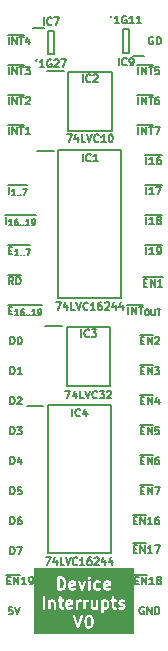
<source format=gto>
%TF.GenerationSoftware,KiCad,Pcbnew,7.0.5*%
%TF.CreationDate,2024-02-15T20:56:15+02:00*%
%TF.ProjectId,HCP65 Device Interrupts,48435036-3520-4446-9576-69636520496e,rev?*%
%TF.SameCoordinates,PX525bfc0PY43d3480*%
%TF.FileFunction,Legend,Top*%
%TF.FilePolarity,Positive*%
%FSLAX46Y46*%
G04 Gerber Fmt 4.6, Leading zero omitted, Abs format (unit mm)*
G04 Created by KiCad (PCBNEW 7.0.5) date 2024-02-15 20:56:15*
%MOMM*%
%LPD*%
G01*
G04 APERTURE LIST*
%ADD10C,0.150000*%
%ADD11C,0.200000*%
G04 APERTURE END LIST*
D10*
X12220315Y-2825963D02*
X12220315Y-2190963D01*
X12522696Y-2825963D02*
X12522696Y-2190963D01*
X12522696Y-2190963D02*
X12885553Y-2825963D01*
X12885553Y-2825963D02*
X12885553Y-2190963D01*
X13097220Y-2190963D02*
X13460077Y-2190963D01*
X13278648Y-2825963D02*
X13278648Y-2190963D01*
X12132625Y-2014675D02*
X13457054Y-2014675D01*
X13974125Y-2190963D02*
X13671744Y-2190963D01*
X13671744Y-2190963D02*
X13641506Y-2493344D01*
X13641506Y-2493344D02*
X13671744Y-2463105D01*
X13671744Y-2463105D02*
X13732220Y-2432867D01*
X13732220Y-2432867D02*
X13883411Y-2432867D01*
X13883411Y-2432867D02*
X13943887Y-2463105D01*
X13943887Y-2463105D02*
X13974125Y-2493344D01*
X13974125Y-2493344D02*
X14004363Y-2553820D01*
X14004363Y-2553820D02*
X14004363Y-2705010D01*
X14004363Y-2705010D02*
X13974125Y-2765486D01*
X13974125Y-2765486D02*
X13943887Y-2795725D01*
X13943887Y-2795725D02*
X13883411Y-2825963D01*
X13883411Y-2825963D02*
X13732220Y-2825963D01*
X13732220Y-2825963D02*
X13671744Y-2795725D01*
X13671744Y-2795725D02*
X13641506Y-2765486D01*
X11827220Y-40593344D02*
X12038887Y-40593344D01*
X12129601Y-40925963D02*
X11827220Y-40925963D01*
X11827220Y-40925963D02*
X11827220Y-40290963D01*
X11827220Y-40290963D02*
X12129601Y-40290963D01*
X12401744Y-40925963D02*
X12401744Y-40290963D01*
X12401744Y-40290963D02*
X12764601Y-40925963D01*
X12764601Y-40925963D02*
X12764601Y-40290963D01*
X11739530Y-40114675D02*
X12852292Y-40114675D01*
X13399601Y-40925963D02*
X13036744Y-40925963D01*
X13218172Y-40925963D02*
X13218172Y-40290963D01*
X13218172Y-40290963D02*
X13157696Y-40381677D01*
X13157696Y-40381677D02*
X13097220Y-40442153D01*
X13097220Y-40442153D02*
X13036744Y-40472391D01*
X13943887Y-40290963D02*
X13822934Y-40290963D01*
X13822934Y-40290963D02*
X13762458Y-40321201D01*
X13762458Y-40321201D02*
X13732220Y-40351439D01*
X13732220Y-40351439D02*
X13671744Y-40442153D01*
X13671744Y-40442153D02*
X13641506Y-40563105D01*
X13641506Y-40563105D02*
X13641506Y-40805010D01*
X13641506Y-40805010D02*
X13671744Y-40865486D01*
X13671744Y-40865486D02*
X13701982Y-40895725D01*
X13701982Y-40895725D02*
X13762458Y-40925963D01*
X13762458Y-40925963D02*
X13883411Y-40925963D01*
X13883411Y-40925963D02*
X13943887Y-40895725D01*
X13943887Y-40895725D02*
X13974125Y-40865486D01*
X13974125Y-40865486D02*
X14004363Y-40805010D01*
X14004363Y-40805010D02*
X14004363Y-40653820D01*
X14004363Y-40653820D02*
X13974125Y-40593344D01*
X13974125Y-40593344D02*
X13943887Y-40563105D01*
X13943887Y-40563105D02*
X13883411Y-40532867D01*
X13883411Y-40532867D02*
X13762458Y-40532867D01*
X13762458Y-40532867D02*
X13701982Y-40563105D01*
X13701982Y-40563105D02*
X13671744Y-40593344D01*
X13671744Y-40593344D02*
X13641506Y-40653820D01*
X1392874Y-28225963D02*
X1392874Y-27590963D01*
X1392874Y-27590963D02*
X1544064Y-27590963D01*
X1544064Y-27590963D02*
X1634779Y-27621201D01*
X1634779Y-27621201D02*
X1695255Y-27681677D01*
X1695255Y-27681677D02*
X1725493Y-27742153D01*
X1725493Y-27742153D02*
X1755731Y-27863105D01*
X1755731Y-27863105D02*
X1755731Y-27953820D01*
X1755731Y-27953820D02*
X1725493Y-28074772D01*
X1725493Y-28074772D02*
X1695255Y-28135248D01*
X1695255Y-28135248D02*
X1634779Y-28195725D01*
X1634779Y-28195725D02*
X1544064Y-28225963D01*
X1544064Y-28225963D02*
X1392874Y-28225963D01*
X2360493Y-28225963D02*
X1997636Y-28225963D01*
X2179064Y-28225963D02*
X2179064Y-27590963D01*
X2179064Y-27590963D02*
X2118588Y-27681677D01*
X2118588Y-27681677D02*
X2058112Y-27742153D01*
X2058112Y-27742153D02*
X1997636Y-27772391D01*
X12220315Y-7905963D02*
X12220315Y-7270963D01*
X12522696Y-7905963D02*
X12522696Y-7270963D01*
X12522696Y-7270963D02*
X12885553Y-7905963D01*
X12885553Y-7905963D02*
X12885553Y-7270963D01*
X13097220Y-7270963D02*
X13460077Y-7270963D01*
X13278648Y-7905963D02*
X13278648Y-7270963D01*
X12132625Y-7094675D02*
X13457054Y-7094675D01*
X13611268Y-7270963D02*
X14034601Y-7270963D01*
X14034601Y-7270963D02*
X13762458Y-7905963D01*
X1265874Y-7905963D02*
X1265874Y-7270963D01*
X1568255Y-7905963D02*
X1568255Y-7270963D01*
X1568255Y-7270963D02*
X1931112Y-7905963D01*
X1931112Y-7905963D02*
X1931112Y-7270963D01*
X2142779Y-7270963D02*
X2505636Y-7270963D01*
X2324207Y-7905963D02*
X2324207Y-7270963D01*
X1178184Y-7094675D02*
X2502613Y-7094675D01*
X3049922Y-7905963D02*
X2687065Y-7905963D01*
X2868493Y-7905963D02*
X2868493Y-7270963D01*
X2868493Y-7270963D02*
X2808017Y-7361677D01*
X2808017Y-7361677D02*
X2747541Y-7422153D01*
X2747541Y-7422153D02*
X2687065Y-7452391D01*
X1265874Y-285963D02*
X1265874Y349037D01*
X1568255Y-285963D02*
X1568255Y349037D01*
X1568255Y349037D02*
X1931112Y-285963D01*
X1931112Y-285963D02*
X1931112Y349037D01*
X2142779Y349037D02*
X2505636Y349037D01*
X2324207Y-285963D02*
X2324207Y349037D01*
X1178184Y525325D02*
X2502613Y525325D01*
X2989446Y137371D02*
X2989446Y-285963D01*
X2838255Y379275D02*
X2687065Y-74296D01*
X2687065Y-74296D02*
X3080160Y-74296D01*
X1011874Y-15525963D02*
X1011874Y-14890963D01*
X1550112Y-15596115D02*
X1259826Y-15596115D01*
X1404969Y-15596115D02*
X1404969Y-15088115D01*
X1404969Y-15088115D02*
X1356588Y-15160686D01*
X1356588Y-15160686D02*
X1308207Y-15209067D01*
X1308207Y-15209067D02*
X1259826Y-15233258D01*
X1985541Y-15088115D02*
X1888779Y-15088115D01*
X1888779Y-15088115D02*
X1840398Y-15112305D01*
X1840398Y-15112305D02*
X1816208Y-15136496D01*
X1816208Y-15136496D02*
X1767827Y-15209067D01*
X1767827Y-15209067D02*
X1743636Y-15305829D01*
X1743636Y-15305829D02*
X1743636Y-15499353D01*
X1743636Y-15499353D02*
X1767827Y-15547734D01*
X1767827Y-15547734D02*
X1792017Y-15571925D01*
X1792017Y-15571925D02*
X1840398Y-15596115D01*
X1840398Y-15596115D02*
X1937160Y-15596115D01*
X1937160Y-15596115D02*
X1985541Y-15571925D01*
X1985541Y-15571925D02*
X2009732Y-15547734D01*
X2009732Y-15547734D02*
X2033922Y-15499353D01*
X2033922Y-15499353D02*
X2033922Y-15378401D01*
X2033922Y-15378401D02*
X2009732Y-15330020D01*
X2009732Y-15330020D02*
X1985541Y-15305829D01*
X1985541Y-15305829D02*
X1937160Y-15281639D01*
X1937160Y-15281639D02*
X1840398Y-15281639D01*
X1840398Y-15281639D02*
X1792017Y-15305829D01*
X1792017Y-15305829D02*
X1767827Y-15330020D01*
X1767827Y-15330020D02*
X1743636Y-15378401D01*
X2251637Y-15547734D02*
X2275827Y-15571925D01*
X2275827Y-15571925D02*
X2251637Y-15596115D01*
X2251637Y-15596115D02*
X2227446Y-15571925D01*
X2227446Y-15571925D02*
X2251637Y-15547734D01*
X2251637Y-15547734D02*
X2251637Y-15596115D01*
X2493542Y-15547734D02*
X2517732Y-15571925D01*
X2517732Y-15571925D02*
X2493542Y-15596115D01*
X2493542Y-15596115D02*
X2469351Y-15571925D01*
X2469351Y-15571925D02*
X2493542Y-15547734D01*
X2493542Y-15547734D02*
X2493542Y-15596115D01*
X3001542Y-15596115D02*
X2711256Y-15596115D01*
X2856399Y-15596115D02*
X2856399Y-15088115D01*
X2856399Y-15088115D02*
X2808018Y-15160686D01*
X2808018Y-15160686D02*
X2759637Y-15209067D01*
X2759637Y-15209067D02*
X2711256Y-15233258D01*
X3243447Y-15596115D02*
X3340209Y-15596115D01*
X3340209Y-15596115D02*
X3388590Y-15571925D01*
X3388590Y-15571925D02*
X3412781Y-15547734D01*
X3412781Y-15547734D02*
X3461162Y-15475163D01*
X3461162Y-15475163D02*
X3485352Y-15378401D01*
X3485352Y-15378401D02*
X3485352Y-15184877D01*
X3485352Y-15184877D02*
X3461162Y-15136496D01*
X3461162Y-15136496D02*
X3436971Y-15112305D01*
X3436971Y-15112305D02*
X3388590Y-15088115D01*
X3388590Y-15088115D02*
X3291828Y-15088115D01*
X3291828Y-15088115D02*
X3243447Y-15112305D01*
X3243447Y-15112305D02*
X3219257Y-15136496D01*
X3219257Y-15136496D02*
X3195066Y-15184877D01*
X3195066Y-15184877D02*
X3195066Y-15305829D01*
X3195066Y-15305829D02*
X3219257Y-15354210D01*
X3219257Y-15354210D02*
X3243447Y-15378401D01*
X3243447Y-15378401D02*
X3291828Y-15402591D01*
X3291828Y-15402591D02*
X3388590Y-15402591D01*
X3388590Y-15402591D02*
X3436971Y-15378401D01*
X3436971Y-15378401D02*
X3461162Y-15354210D01*
X3461162Y-15354210D02*
X3485352Y-15305829D01*
X924184Y-14714675D02*
X3518615Y-14714675D01*
X12220315Y-5365963D02*
X12220315Y-4730963D01*
X12522696Y-5365963D02*
X12522696Y-4730963D01*
X12522696Y-4730963D02*
X12885553Y-5365963D01*
X12885553Y-5365963D02*
X12885553Y-4730963D01*
X13097220Y-4730963D02*
X13460077Y-4730963D01*
X13278648Y-5365963D02*
X13278648Y-4730963D01*
X12132625Y-4554675D02*
X13457054Y-4554675D01*
X13943887Y-4730963D02*
X13822934Y-4730963D01*
X13822934Y-4730963D02*
X13762458Y-4761201D01*
X13762458Y-4761201D02*
X13732220Y-4791439D01*
X13732220Y-4791439D02*
X13671744Y-4882153D01*
X13671744Y-4882153D02*
X13641506Y-5003105D01*
X13641506Y-5003105D02*
X13641506Y-5245010D01*
X13641506Y-5245010D02*
X13671744Y-5305486D01*
X13671744Y-5305486D02*
X13701982Y-5335725D01*
X13701982Y-5335725D02*
X13762458Y-5365963D01*
X13762458Y-5365963D02*
X13883411Y-5365963D01*
X13883411Y-5365963D02*
X13943887Y-5335725D01*
X13943887Y-5335725D02*
X13974125Y-5305486D01*
X13974125Y-5305486D02*
X14004363Y-5245010D01*
X14004363Y-5245010D02*
X14004363Y-5093820D01*
X14004363Y-5093820D02*
X13974125Y-5033344D01*
X13974125Y-5033344D02*
X13943887Y-5003105D01*
X13943887Y-5003105D02*
X13883411Y-4972867D01*
X13883411Y-4972867D02*
X13762458Y-4972867D01*
X13762458Y-4972867D02*
X13701982Y-5003105D01*
X13701982Y-5003105D02*
X13671744Y-5033344D01*
X13671744Y-5033344D02*
X13641506Y-5093820D01*
X12685982Y-20476544D02*
X12897649Y-20476544D01*
X12988363Y-20809163D02*
X12685982Y-20809163D01*
X12685982Y-20809163D02*
X12685982Y-20174163D01*
X12685982Y-20174163D02*
X12988363Y-20174163D01*
X13260506Y-20809163D02*
X13260506Y-20174163D01*
X13260506Y-20174163D02*
X13623363Y-20809163D01*
X13623363Y-20809163D02*
X13623363Y-20174163D01*
X14258363Y-20809163D02*
X13895506Y-20809163D01*
X14076934Y-20809163D02*
X14076934Y-20174163D01*
X14076934Y-20174163D02*
X14016458Y-20264877D01*
X14016458Y-20264877D02*
X13955982Y-20325353D01*
X13955982Y-20325353D02*
X13895506Y-20355591D01*
X12598292Y-19997875D02*
X14315816Y-19997875D01*
X13466125Y318799D02*
X13405649Y349037D01*
X13405649Y349037D02*
X13314935Y349037D01*
X13314935Y349037D02*
X13224220Y318799D01*
X13224220Y318799D02*
X13163744Y258323D01*
X13163744Y258323D02*
X13133506Y197847D01*
X13133506Y197847D02*
X13103268Y76895D01*
X13103268Y76895D02*
X13103268Y-13820D01*
X13103268Y-13820D02*
X13133506Y-134772D01*
X13133506Y-134772D02*
X13163744Y-195248D01*
X13163744Y-195248D02*
X13224220Y-255725D01*
X13224220Y-255725D02*
X13314935Y-285963D01*
X13314935Y-285963D02*
X13375411Y-285963D01*
X13375411Y-285963D02*
X13466125Y-255725D01*
X13466125Y-255725D02*
X13496363Y-225486D01*
X13496363Y-225486D02*
X13496363Y-13820D01*
X13496363Y-13820D02*
X13375411Y-13820D01*
X13768506Y-285963D02*
X13768506Y349037D01*
X13768506Y349037D02*
X13919696Y349037D01*
X13919696Y349037D02*
X14010411Y318799D01*
X14010411Y318799D02*
X14070887Y258323D01*
X14070887Y258323D02*
X14101125Y197847D01*
X14101125Y197847D02*
X14131363Y76895D01*
X14131363Y76895D02*
X14131363Y-13820D01*
X14131363Y-13820D02*
X14101125Y-134772D01*
X14101125Y-134772D02*
X14070887Y-195248D01*
X14070887Y-195248D02*
X14010411Y-255725D01*
X14010411Y-255725D02*
X13919696Y-285963D01*
X13919696Y-285963D02*
X13768506Y-285963D01*
X1265874Y-22813344D02*
X1477541Y-22813344D01*
X1568255Y-23145963D02*
X1265874Y-23145963D01*
X1265874Y-23145963D02*
X1265874Y-22510963D01*
X1265874Y-22510963D02*
X1568255Y-22510963D01*
X2076255Y-23216115D02*
X1785969Y-23216115D01*
X1931112Y-23216115D02*
X1931112Y-22708115D01*
X1931112Y-22708115D02*
X1882731Y-22780686D01*
X1882731Y-22780686D02*
X1834350Y-22829067D01*
X1834350Y-22829067D02*
X1785969Y-22853258D01*
X2511684Y-22708115D02*
X2414922Y-22708115D01*
X2414922Y-22708115D02*
X2366541Y-22732305D01*
X2366541Y-22732305D02*
X2342351Y-22756496D01*
X2342351Y-22756496D02*
X2293970Y-22829067D01*
X2293970Y-22829067D02*
X2269779Y-22925829D01*
X2269779Y-22925829D02*
X2269779Y-23119353D01*
X2269779Y-23119353D02*
X2293970Y-23167734D01*
X2293970Y-23167734D02*
X2318160Y-23191925D01*
X2318160Y-23191925D02*
X2366541Y-23216115D01*
X2366541Y-23216115D02*
X2463303Y-23216115D01*
X2463303Y-23216115D02*
X2511684Y-23191925D01*
X2511684Y-23191925D02*
X2535875Y-23167734D01*
X2535875Y-23167734D02*
X2560065Y-23119353D01*
X2560065Y-23119353D02*
X2560065Y-22998401D01*
X2560065Y-22998401D02*
X2535875Y-22950020D01*
X2535875Y-22950020D02*
X2511684Y-22925829D01*
X2511684Y-22925829D02*
X2463303Y-22901639D01*
X2463303Y-22901639D02*
X2366541Y-22901639D01*
X2366541Y-22901639D02*
X2318160Y-22925829D01*
X2318160Y-22925829D02*
X2293970Y-22950020D01*
X2293970Y-22950020D02*
X2269779Y-22998401D01*
X2777780Y-23167734D02*
X2801970Y-23191925D01*
X2801970Y-23191925D02*
X2777780Y-23216115D01*
X2777780Y-23216115D02*
X2753589Y-23191925D01*
X2753589Y-23191925D02*
X2777780Y-23167734D01*
X2777780Y-23167734D02*
X2777780Y-23216115D01*
X3019685Y-23167734D02*
X3043875Y-23191925D01*
X3043875Y-23191925D02*
X3019685Y-23216115D01*
X3019685Y-23216115D02*
X2995494Y-23191925D01*
X2995494Y-23191925D02*
X3019685Y-23167734D01*
X3019685Y-23167734D02*
X3019685Y-23216115D01*
X3527685Y-23216115D02*
X3237399Y-23216115D01*
X3382542Y-23216115D02*
X3382542Y-22708115D01*
X3382542Y-22708115D02*
X3334161Y-22780686D01*
X3334161Y-22780686D02*
X3285780Y-22829067D01*
X3285780Y-22829067D02*
X3237399Y-22853258D01*
X3769590Y-23216115D02*
X3866352Y-23216115D01*
X3866352Y-23216115D02*
X3914733Y-23191925D01*
X3914733Y-23191925D02*
X3938924Y-23167734D01*
X3938924Y-23167734D02*
X3987305Y-23095163D01*
X3987305Y-23095163D02*
X4011495Y-22998401D01*
X4011495Y-22998401D02*
X4011495Y-22804877D01*
X4011495Y-22804877D02*
X3987305Y-22756496D01*
X3987305Y-22756496D02*
X3963114Y-22732305D01*
X3963114Y-22732305D02*
X3914733Y-22708115D01*
X3914733Y-22708115D02*
X3817971Y-22708115D01*
X3817971Y-22708115D02*
X3769590Y-22732305D01*
X3769590Y-22732305D02*
X3745400Y-22756496D01*
X3745400Y-22756496D02*
X3721209Y-22804877D01*
X3721209Y-22804877D02*
X3721209Y-22925829D01*
X3721209Y-22925829D02*
X3745400Y-22974210D01*
X3745400Y-22974210D02*
X3769590Y-22998401D01*
X3769590Y-22998401D02*
X3817971Y-23022591D01*
X3817971Y-23022591D02*
X3914733Y-23022591D01*
X3914733Y-23022591D02*
X3963114Y-22998401D01*
X3963114Y-22998401D02*
X3987305Y-22974210D01*
X3987305Y-22974210D02*
X4011495Y-22925829D01*
X1178184Y-22334675D02*
X4044758Y-22334675D01*
X1392874Y-35845963D02*
X1392874Y-35210963D01*
X1392874Y-35210963D02*
X1544064Y-35210963D01*
X1544064Y-35210963D02*
X1634779Y-35241201D01*
X1634779Y-35241201D02*
X1695255Y-35301677D01*
X1695255Y-35301677D02*
X1725493Y-35362153D01*
X1725493Y-35362153D02*
X1755731Y-35483105D01*
X1755731Y-35483105D02*
X1755731Y-35573820D01*
X1755731Y-35573820D02*
X1725493Y-35694772D01*
X1725493Y-35694772D02*
X1695255Y-35755248D01*
X1695255Y-35755248D02*
X1634779Y-35815725D01*
X1634779Y-35815725D02*
X1544064Y-35845963D01*
X1544064Y-35845963D02*
X1392874Y-35845963D01*
X2300017Y-35422629D02*
X2300017Y-35845963D01*
X2148826Y-35180725D02*
X1997636Y-35634296D01*
X1997636Y-35634296D02*
X2390731Y-35634296D01*
X12891601Y-18065963D02*
X12891601Y-17430963D01*
X13526601Y-18065963D02*
X13163744Y-18065963D01*
X13345172Y-18065963D02*
X13345172Y-17430963D01*
X13345172Y-17430963D02*
X13284696Y-17521677D01*
X13284696Y-17521677D02*
X13224220Y-17582153D01*
X13224220Y-17582153D02*
X13163744Y-17612391D01*
X13828982Y-18065963D02*
X13949934Y-18065963D01*
X13949934Y-18065963D02*
X14010411Y-18035725D01*
X14010411Y-18035725D02*
X14040649Y-18005486D01*
X14040649Y-18005486D02*
X14101125Y-17914772D01*
X14101125Y-17914772D02*
X14131363Y-17793820D01*
X14131363Y-17793820D02*
X14131363Y-17551915D01*
X14131363Y-17551915D02*
X14101125Y-17491439D01*
X14101125Y-17491439D02*
X14070887Y-17461201D01*
X14070887Y-17461201D02*
X14010411Y-17430963D01*
X14010411Y-17430963D02*
X13889458Y-17430963D01*
X13889458Y-17430963D02*
X13828982Y-17461201D01*
X13828982Y-17461201D02*
X13798744Y-17491439D01*
X13798744Y-17491439D02*
X13768506Y-17551915D01*
X13768506Y-17551915D02*
X13768506Y-17703105D01*
X13768506Y-17703105D02*
X13798744Y-17763582D01*
X13798744Y-17763582D02*
X13828982Y-17793820D01*
X13828982Y-17793820D02*
X13889458Y-17824058D01*
X13889458Y-17824058D02*
X14010411Y-17824058D01*
X14010411Y-17824058D02*
X14070887Y-17793820D01*
X14070887Y-17793820D02*
X14101125Y-17763582D01*
X14101125Y-17763582D02*
X14131363Y-17703105D01*
X12803911Y-17254675D02*
X14188816Y-17254675D01*
X12891601Y-12985963D02*
X12891601Y-12350963D01*
X13526601Y-12985963D02*
X13163744Y-12985963D01*
X13345172Y-12985963D02*
X13345172Y-12350963D01*
X13345172Y-12350963D02*
X13284696Y-12441677D01*
X13284696Y-12441677D02*
X13224220Y-12502153D01*
X13224220Y-12502153D02*
X13163744Y-12532391D01*
X13738268Y-12350963D02*
X14161601Y-12350963D01*
X14161601Y-12350963D02*
X13889458Y-12985963D01*
X12803911Y-12174675D02*
X14188816Y-12174675D01*
X12673887Y-47941201D02*
X12613411Y-47910963D01*
X12613411Y-47910963D02*
X12522697Y-47910963D01*
X12522697Y-47910963D02*
X12431982Y-47941201D01*
X12431982Y-47941201D02*
X12371506Y-48001677D01*
X12371506Y-48001677D02*
X12341268Y-48062153D01*
X12341268Y-48062153D02*
X12311030Y-48183105D01*
X12311030Y-48183105D02*
X12311030Y-48273820D01*
X12311030Y-48273820D02*
X12341268Y-48394772D01*
X12341268Y-48394772D02*
X12371506Y-48455248D01*
X12371506Y-48455248D02*
X12431982Y-48515725D01*
X12431982Y-48515725D02*
X12522697Y-48545963D01*
X12522697Y-48545963D02*
X12583173Y-48545963D01*
X12583173Y-48545963D02*
X12673887Y-48515725D01*
X12673887Y-48515725D02*
X12704125Y-48485486D01*
X12704125Y-48485486D02*
X12704125Y-48273820D01*
X12704125Y-48273820D02*
X12583173Y-48273820D01*
X12976268Y-48545963D02*
X12976268Y-47910963D01*
X12976268Y-47910963D02*
X13339125Y-48545963D01*
X13339125Y-48545963D02*
X13339125Y-47910963D01*
X13641506Y-48545963D02*
X13641506Y-47910963D01*
X13641506Y-47910963D02*
X13792696Y-47910963D01*
X13792696Y-47910963D02*
X13883411Y-47941201D01*
X13883411Y-47941201D02*
X13943887Y-48001677D01*
X13943887Y-48001677D02*
X13974125Y-48062153D01*
X13974125Y-48062153D02*
X14004363Y-48183105D01*
X14004363Y-48183105D02*
X14004363Y-48273820D01*
X14004363Y-48273820D02*
X13974125Y-48394772D01*
X13974125Y-48394772D02*
X13943887Y-48455248D01*
X13943887Y-48455248D02*
X13883411Y-48515725D01*
X13883411Y-48515725D02*
X13792696Y-48545963D01*
X13792696Y-48545963D02*
X13641506Y-48545963D01*
X11954220Y-45673344D02*
X12165887Y-45673344D01*
X12256601Y-46005963D02*
X11954220Y-46005963D01*
X11954220Y-46005963D02*
X11954220Y-45370963D01*
X11954220Y-45370963D02*
X12256601Y-45370963D01*
X12528744Y-46005963D02*
X12528744Y-45370963D01*
X12528744Y-45370963D02*
X12891601Y-46005963D01*
X12891601Y-46005963D02*
X12891601Y-45370963D01*
X11866530Y-45194675D02*
X12979292Y-45194675D01*
X13526601Y-46005963D02*
X13163744Y-46005963D01*
X13345172Y-46005963D02*
X13345172Y-45370963D01*
X13345172Y-45370963D02*
X13284696Y-45461677D01*
X13284696Y-45461677D02*
X13224220Y-45522153D01*
X13224220Y-45522153D02*
X13163744Y-45552391D01*
X13889458Y-45643105D02*
X13828982Y-45612867D01*
X13828982Y-45612867D02*
X13798744Y-45582629D01*
X13798744Y-45582629D02*
X13768506Y-45522153D01*
X13768506Y-45522153D02*
X13768506Y-45491915D01*
X13768506Y-45491915D02*
X13798744Y-45431439D01*
X13798744Y-45431439D02*
X13828982Y-45401201D01*
X13828982Y-45401201D02*
X13889458Y-45370963D01*
X13889458Y-45370963D02*
X14010411Y-45370963D01*
X14010411Y-45370963D02*
X14070887Y-45401201D01*
X14070887Y-45401201D02*
X14101125Y-45431439D01*
X14101125Y-45431439D02*
X14131363Y-45491915D01*
X14131363Y-45491915D02*
X14131363Y-45522153D01*
X14131363Y-45522153D02*
X14101125Y-45582629D01*
X14101125Y-45582629D02*
X14070887Y-45612867D01*
X14070887Y-45612867D02*
X14010411Y-45643105D01*
X14010411Y-45643105D02*
X13889458Y-45643105D01*
X13889458Y-45643105D02*
X13828982Y-45673344D01*
X13828982Y-45673344D02*
X13798744Y-45703582D01*
X13798744Y-45703582D02*
X13768506Y-45764058D01*
X13768506Y-45764058D02*
X13768506Y-45885010D01*
X13768506Y-45885010D02*
X13798744Y-45945486D01*
X13798744Y-45945486D02*
X13828982Y-45975725D01*
X13828982Y-45975725D02*
X13889458Y-46005963D01*
X13889458Y-46005963D02*
X14010411Y-46005963D01*
X14010411Y-46005963D02*
X14070887Y-45975725D01*
X14070887Y-45975725D02*
X14101125Y-45945486D01*
X14101125Y-45945486D02*
X14131363Y-45885010D01*
X14131363Y-45885010D02*
X14131363Y-45764058D01*
X14131363Y-45764058D02*
X14101125Y-45703582D01*
X14101125Y-45703582D02*
X14070887Y-45673344D01*
X14070887Y-45673344D02*
X14010411Y-45643105D01*
X1392874Y-25685963D02*
X1392874Y-25050963D01*
X1392874Y-25050963D02*
X1544064Y-25050963D01*
X1544064Y-25050963D02*
X1634779Y-25081201D01*
X1634779Y-25081201D02*
X1695255Y-25141677D01*
X1695255Y-25141677D02*
X1725493Y-25202153D01*
X1725493Y-25202153D02*
X1755731Y-25323105D01*
X1755731Y-25323105D02*
X1755731Y-25413820D01*
X1755731Y-25413820D02*
X1725493Y-25534772D01*
X1725493Y-25534772D02*
X1695255Y-25595248D01*
X1695255Y-25595248D02*
X1634779Y-25655725D01*
X1634779Y-25655725D02*
X1544064Y-25685963D01*
X1544064Y-25685963D02*
X1392874Y-25685963D01*
X2148826Y-25050963D02*
X2209303Y-25050963D01*
X2209303Y-25050963D02*
X2269779Y-25081201D01*
X2269779Y-25081201D02*
X2300017Y-25111439D01*
X2300017Y-25111439D02*
X2330255Y-25171915D01*
X2330255Y-25171915D02*
X2360493Y-25292867D01*
X2360493Y-25292867D02*
X2360493Y-25444058D01*
X2360493Y-25444058D02*
X2330255Y-25565010D01*
X2330255Y-25565010D02*
X2300017Y-25625486D01*
X2300017Y-25625486D02*
X2269779Y-25655725D01*
X2269779Y-25655725D02*
X2209303Y-25685963D01*
X2209303Y-25685963D02*
X2148826Y-25685963D01*
X2148826Y-25685963D02*
X2088350Y-25655725D01*
X2088350Y-25655725D02*
X2058112Y-25625486D01*
X2058112Y-25625486D02*
X2027874Y-25565010D01*
X2027874Y-25565010D02*
X1997636Y-25444058D01*
X1997636Y-25444058D02*
X1997636Y-25292867D01*
X1997636Y-25292867D02*
X2027874Y-25171915D01*
X2027874Y-25171915D02*
X2058112Y-25111439D01*
X2058112Y-25111439D02*
X2088350Y-25081201D01*
X2088350Y-25081201D02*
X2148826Y-25050963D01*
X1568255Y-47910963D02*
X1265874Y-47910963D01*
X1265874Y-47910963D02*
X1235636Y-48213344D01*
X1235636Y-48213344D02*
X1265874Y-48183105D01*
X1265874Y-48183105D02*
X1326350Y-48152867D01*
X1326350Y-48152867D02*
X1477541Y-48152867D01*
X1477541Y-48152867D02*
X1538017Y-48183105D01*
X1538017Y-48183105D02*
X1568255Y-48213344D01*
X1568255Y-48213344D02*
X1598493Y-48273820D01*
X1598493Y-48273820D02*
X1598493Y-48425010D01*
X1598493Y-48425010D02*
X1568255Y-48485486D01*
X1568255Y-48485486D02*
X1538017Y-48515725D01*
X1538017Y-48515725D02*
X1477541Y-48545963D01*
X1477541Y-48545963D02*
X1326350Y-48545963D01*
X1326350Y-48545963D02*
X1265874Y-48515725D01*
X1265874Y-48515725D02*
X1235636Y-48485486D01*
X1779922Y-47910963D02*
X1991588Y-48545963D01*
X1991588Y-48545963D02*
X2203255Y-47910963D01*
X1265874Y-5365963D02*
X1265874Y-4730963D01*
X1568255Y-5365963D02*
X1568255Y-4730963D01*
X1568255Y-4730963D02*
X1931112Y-5365963D01*
X1931112Y-5365963D02*
X1931112Y-4730963D01*
X2142779Y-4730963D02*
X2505636Y-4730963D01*
X2324207Y-5365963D02*
X2324207Y-4730963D01*
X1178184Y-4554675D02*
X2502613Y-4554675D01*
X2687065Y-4791439D02*
X2717303Y-4761201D01*
X2717303Y-4761201D02*
X2777779Y-4730963D01*
X2777779Y-4730963D02*
X2928970Y-4730963D01*
X2928970Y-4730963D02*
X2989446Y-4761201D01*
X2989446Y-4761201D02*
X3019684Y-4791439D01*
X3019684Y-4791439D02*
X3049922Y-4851915D01*
X3049922Y-4851915D02*
X3049922Y-4912391D01*
X3049922Y-4912391D02*
X3019684Y-5003105D01*
X3019684Y-5003105D02*
X2656827Y-5365963D01*
X2656827Y-5365963D02*
X3049922Y-5365963D01*
X12431982Y-27893344D02*
X12643649Y-27893344D01*
X12734363Y-28225963D02*
X12431982Y-28225963D01*
X12431982Y-28225963D02*
X12431982Y-27590963D01*
X12431982Y-27590963D02*
X12734363Y-27590963D01*
X13006506Y-28225963D02*
X13006506Y-27590963D01*
X13006506Y-27590963D02*
X13369363Y-28225963D01*
X13369363Y-28225963D02*
X13369363Y-27590963D01*
X12344292Y-27414675D02*
X13457054Y-27414675D01*
X13611268Y-27590963D02*
X14004363Y-27590963D01*
X14004363Y-27590963D02*
X13792696Y-27832867D01*
X13792696Y-27832867D02*
X13883411Y-27832867D01*
X13883411Y-27832867D02*
X13943887Y-27863105D01*
X13943887Y-27863105D02*
X13974125Y-27893344D01*
X13974125Y-27893344D02*
X14004363Y-27953820D01*
X14004363Y-27953820D02*
X14004363Y-28105010D01*
X14004363Y-28105010D02*
X13974125Y-28165486D01*
X13974125Y-28165486D02*
X13943887Y-28195725D01*
X13943887Y-28195725D02*
X13883411Y-28225963D01*
X13883411Y-28225963D02*
X13701982Y-28225963D01*
X13701982Y-28225963D02*
X13641506Y-28195725D01*
X13641506Y-28195725D02*
X13611268Y-28165486D01*
X12431982Y-30433344D02*
X12643649Y-30433344D01*
X12734363Y-30765963D02*
X12431982Y-30765963D01*
X12431982Y-30765963D02*
X12431982Y-30130963D01*
X12431982Y-30130963D02*
X12734363Y-30130963D01*
X13006506Y-30765963D02*
X13006506Y-30130963D01*
X13006506Y-30130963D02*
X13369363Y-30765963D01*
X13369363Y-30765963D02*
X13369363Y-30130963D01*
X12344292Y-29954675D02*
X13457054Y-29954675D01*
X13943887Y-30342629D02*
X13943887Y-30765963D01*
X13792696Y-30100725D02*
X13641506Y-30554296D01*
X13641506Y-30554296D02*
X14034601Y-30554296D01*
D11*
G36*
X8132192Y-48781023D02*
G01*
X8156862Y-48805692D01*
X8192313Y-48876596D01*
X8234285Y-49044482D01*
X8234285Y-49257953D01*
X8192313Y-49425841D01*
X8156862Y-49496743D01*
X8132191Y-49521414D01*
X8072584Y-49551219D01*
X8024558Y-49551219D01*
X7964951Y-49521415D01*
X7940280Y-49496743D01*
X7904828Y-49425840D01*
X7862857Y-49257955D01*
X7862857Y-49044482D01*
X7904828Y-48876595D01*
X7940280Y-48805692D01*
X7964950Y-48781022D01*
X8024558Y-48751219D01*
X8072584Y-48751219D01*
X8132192Y-48781023D01*
G37*
G36*
X9513145Y-47504356D02*
G01*
X9537815Y-47529026D01*
X9567619Y-47588634D01*
X9567619Y-47827135D01*
X9537815Y-47886743D01*
X9513144Y-47911414D01*
X9453537Y-47941219D01*
X9310273Y-47941219D01*
X9291429Y-47931797D01*
X9291429Y-47483974D01*
X9310273Y-47474552D01*
X9453537Y-47474552D01*
X9513145Y-47504356D01*
G37*
G36*
X6497844Y-47496706D02*
G01*
X6515295Y-47531607D01*
X6243809Y-47585904D01*
X6243809Y-47541015D01*
X6265963Y-47496706D01*
X6310272Y-47474552D01*
X6453536Y-47474552D01*
X6497844Y-47496706D01*
G37*
G36*
X5780267Y-45566241D02*
G01*
X5847338Y-45633312D01*
X5882789Y-45704215D01*
X5924761Y-45872101D01*
X5924761Y-45990334D01*
X5882789Y-46158223D01*
X5847337Y-46229125D01*
X5780267Y-46296196D01*
X5675201Y-46331219D01*
X5553333Y-46331219D01*
X5553333Y-45531219D01*
X5675200Y-45531219D01*
X5780267Y-45566241D01*
G37*
G36*
X6759749Y-45886706D02*
G01*
X6777200Y-45921607D01*
X6505714Y-45975904D01*
X6505714Y-45931015D01*
X6527868Y-45886706D01*
X6572177Y-45864552D01*
X6715441Y-45864552D01*
X6759749Y-45886706D01*
G37*
G36*
X9712130Y-45886706D02*
G01*
X9729581Y-45921607D01*
X9458095Y-45975904D01*
X9458095Y-45931015D01*
X9480249Y-45886706D01*
X9524558Y-45864552D01*
X9667822Y-45864552D01*
X9712130Y-45886706D01*
G37*
G36*
X11831906Y-50226857D02*
G01*
X3408095Y-50226857D01*
X3408095Y-48654986D01*
X6706322Y-48654986D01*
X7043220Y-49665679D01*
X7042813Y-49676949D01*
X7052328Y-49693002D01*
X7053488Y-49696482D01*
X7059622Y-49705309D01*
X7072756Y-49727467D01*
X7076232Y-49729209D01*
X7078450Y-49732400D01*
X7102241Y-49742242D01*
X7125258Y-49753776D01*
X7129121Y-49753362D01*
X7132715Y-49754849D01*
X7158045Y-49750266D01*
X7183650Y-49747526D01*
X7186680Y-49745086D01*
X7190502Y-49744395D01*
X7209328Y-49726851D01*
X7229392Y-49710698D01*
X7230621Y-49707009D01*
X7233465Y-49704360D01*
X7239821Y-49679409D01*
X7377613Y-49266033D01*
X7658721Y-49266033D01*
X7662857Y-49282577D01*
X7662857Y-49284645D01*
X7666336Y-49296495D01*
X7709141Y-49467715D01*
X7707902Y-49479200D01*
X7716123Y-49495643D01*
X7716949Y-49498945D01*
X7722534Y-49508465D01*
X7763044Y-49589484D01*
X7766621Y-49605927D01*
X7786104Y-49625410D01*
X7804873Y-49645588D01*
X7806765Y-49646071D01*
X7826137Y-49665444D01*
X7834730Y-49679911D01*
X7859368Y-49692230D01*
X7883559Y-49705440D01*
X7885508Y-49705300D01*
X7951413Y-49738253D01*
X7971589Y-49751219D01*
X7992024Y-49751219D01*
X8012140Y-49754839D01*
X8020868Y-49751219D01*
X8090805Y-49751219D01*
X8114648Y-49753793D01*
X8132924Y-49744654D01*
X8152537Y-49738896D01*
X8158725Y-49731754D01*
X8224933Y-49698650D01*
X8241377Y-49695073D01*
X8260862Y-49675587D01*
X8281036Y-49656822D01*
X8281520Y-49654928D01*
X8300893Y-49635555D01*
X8315358Y-49626964D01*
X8327675Y-49602329D01*
X8340887Y-49578133D01*
X8340747Y-49576185D01*
X8368142Y-49521395D01*
X8376559Y-49513482D01*
X8381018Y-49495643D01*
X8382539Y-49492603D01*
X8384492Y-49481748D01*
X8427308Y-49310485D01*
X8434285Y-49299629D01*
X8434285Y-49282577D01*
X8434787Y-49280570D01*
X8434285Y-49268223D01*
X8434285Y-49048629D01*
X8438421Y-49036404D01*
X8434285Y-49019860D01*
X8434285Y-49017792D01*
X8430805Y-49005941D01*
X8388000Y-48834720D01*
X8389240Y-48823236D01*
X8381018Y-48806792D01*
X8380193Y-48803492D01*
X8374609Y-48793975D01*
X8334096Y-48712949D01*
X8330520Y-48696509D01*
X8311045Y-48677034D01*
X8292269Y-48656848D01*
X8290374Y-48656363D01*
X8271004Y-48636993D01*
X8262412Y-48622527D01*
X8237777Y-48610209D01*
X8213582Y-48596998D01*
X8211632Y-48597137D01*
X8145731Y-48564186D01*
X8125553Y-48551219D01*
X8105117Y-48551219D01*
X8085002Y-48547599D01*
X8076274Y-48551219D01*
X8006336Y-48551219D01*
X7982493Y-48548645D01*
X7964215Y-48557783D01*
X7944605Y-48563542D01*
X7938417Y-48570683D01*
X7872206Y-48603788D01*
X7855766Y-48607365D01*
X7836291Y-48626839D01*
X7816105Y-48645616D01*
X7815620Y-48647510D01*
X7796250Y-48666880D01*
X7781784Y-48675473D01*
X7769466Y-48700107D01*
X7756255Y-48724303D01*
X7756394Y-48726252D01*
X7729000Y-48781040D01*
X7720583Y-48788955D01*
X7716123Y-48806794D01*
X7714603Y-48809835D01*
X7712650Y-48820686D01*
X7669833Y-48991951D01*
X7662857Y-49002808D01*
X7662857Y-49019858D01*
X7662355Y-49021867D01*
X7662857Y-49034213D01*
X7662857Y-49253807D01*
X7658721Y-49266033D01*
X7377613Y-49266033D01*
X7576557Y-48669201D01*
X7578138Y-48625490D01*
X7548195Y-48574972D01*
X7495693Y-48548662D01*
X7437301Y-48554913D01*
X7391559Y-48591740D01*
X7143809Y-49334990D01*
X6900797Y-48605955D01*
X6875835Y-48570038D01*
X6821570Y-48547589D01*
X6763783Y-48558042D01*
X6720819Y-48598078D01*
X6706322Y-48654986D01*
X3408095Y-48654986D01*
X3408095Y-48055598D01*
X4139047Y-48055598D01*
X4151370Y-48097566D01*
X4195752Y-48136023D01*
X4253879Y-48144380D01*
X4307298Y-48119985D01*
X4339047Y-48070582D01*
X4339047Y-47447636D01*
X4613397Y-47447636D01*
X4615237Y-47473365D01*
X4615237Y-48055598D01*
X4627560Y-48097566D01*
X4671942Y-48136023D01*
X4730069Y-48144380D01*
X4783488Y-48119985D01*
X4815237Y-48070582D01*
X4815237Y-47511210D01*
X4822091Y-47504356D01*
X4881700Y-47474552D01*
X4977345Y-47474552D01*
X5021653Y-47496706D01*
X5043808Y-47541015D01*
X5043808Y-48055598D01*
X5056131Y-48097566D01*
X5100513Y-48136023D01*
X5158640Y-48144380D01*
X5212059Y-48119985D01*
X5243808Y-48070582D01*
X5243808Y-47522793D01*
X5246382Y-47498950D01*
X5237243Y-47480672D01*
X5231485Y-47461062D01*
X5224343Y-47454874D01*
X5197024Y-47400236D01*
X5197162Y-47396351D01*
X5193024Y-47389384D01*
X5373981Y-47389384D01*
X5398376Y-47442803D01*
X5447779Y-47474552D01*
X5519999Y-47474552D01*
X5519999Y-47892975D01*
X5517425Y-47916819D01*
X5526563Y-47935096D01*
X5532322Y-47954708D01*
X5539462Y-47960895D01*
X5566782Y-48015535D01*
X5566645Y-48019420D01*
X5579789Y-48041550D01*
X5584605Y-48051182D01*
X5587108Y-48053873D01*
X5596634Y-48069911D01*
X5606716Y-48074952D01*
X5614396Y-48083208D01*
X5632472Y-48087830D01*
X5713317Y-48128253D01*
X5733493Y-48141219D01*
X5753928Y-48141219D01*
X5774044Y-48144839D01*
X5782772Y-48141219D01*
X5872473Y-48141219D01*
X5914441Y-48128896D01*
X5952898Y-48084514D01*
X5961255Y-48026387D01*
X5936860Y-47972968D01*
X5887457Y-47941219D01*
X5786462Y-47941219D01*
X5742153Y-47919064D01*
X5719999Y-47874755D01*
X5719999Y-47528597D01*
X6040189Y-47528597D01*
X6043809Y-47537325D01*
X6043809Y-47681463D01*
X6042355Y-47684023D01*
X6043809Y-47710625D01*
X6043809Y-47892975D01*
X6041235Y-47916819D01*
X6050373Y-47935096D01*
X6056132Y-47954708D01*
X6063272Y-47960895D01*
X6090592Y-48015535D01*
X6090455Y-48019420D01*
X6103599Y-48041550D01*
X6108415Y-48051182D01*
X6110918Y-48053873D01*
X6120444Y-48069911D01*
X6130526Y-48074952D01*
X6138206Y-48083208D01*
X6156282Y-48087830D01*
X6237127Y-48128253D01*
X6257303Y-48141219D01*
X6277738Y-48141219D01*
X6297854Y-48144839D01*
X6306582Y-48141219D01*
X6471757Y-48141219D01*
X6495600Y-48143793D01*
X6513876Y-48134654D01*
X6533489Y-48128896D01*
X6539677Y-48121754D01*
X6629962Y-48076612D01*
X6661988Y-48046822D01*
X6676537Y-47989927D01*
X6658017Y-47934199D01*
X6612307Y-47897329D01*
X6553921Y-47891026D01*
X6453536Y-47941219D01*
X6310272Y-47941219D01*
X6265963Y-47919064D01*
X6243809Y-47874755D01*
X6243809Y-47789865D01*
X6622767Y-47714073D01*
X6634831Y-47715808D01*
X6650988Y-47708429D01*
X6653710Y-47707885D01*
X6664020Y-47702477D01*
X6688250Y-47691413D01*
X6689841Y-47688937D01*
X6692446Y-47687571D01*
X6705596Y-47664421D01*
X6719999Y-47642010D01*
X6719999Y-47639066D01*
X6721452Y-47636509D01*
X6719999Y-47609925D01*
X6719999Y-47576216D01*
X6944951Y-47576216D01*
X6948571Y-47584944D01*
X6948571Y-48055598D01*
X6960894Y-48097566D01*
X7005276Y-48136023D01*
X7063403Y-48144380D01*
X7116822Y-48119985D01*
X7148571Y-48070582D01*
X7148571Y-47588634D01*
X7154780Y-47576216D01*
X7563999Y-47576216D01*
X7567619Y-47584944D01*
X7567619Y-48055598D01*
X7579942Y-48097566D01*
X7624324Y-48136023D01*
X7682451Y-48144380D01*
X7735870Y-48119985D01*
X7767619Y-48070582D01*
X7767619Y-47916819D01*
X8184093Y-47916819D01*
X8193231Y-47935096D01*
X8198990Y-47954708D01*
X8206130Y-47960895D01*
X8233450Y-48015535D01*
X8233313Y-48019420D01*
X8246457Y-48041550D01*
X8251273Y-48051182D01*
X8253776Y-48053873D01*
X8263302Y-48069911D01*
X8273384Y-48074952D01*
X8281064Y-48083208D01*
X8299140Y-48087830D01*
X8379985Y-48128253D01*
X8400161Y-48141219D01*
X8420596Y-48141219D01*
X8440712Y-48144839D01*
X8449440Y-48141219D01*
X8566996Y-48141219D01*
X8590839Y-48143793D01*
X8609115Y-48134654D01*
X8628728Y-48128896D01*
X8634916Y-48121754D01*
X8647953Y-48115235D01*
X8671943Y-48136023D01*
X8730070Y-48144380D01*
X8783489Y-48119985D01*
X8815238Y-48070582D01*
X8815238Y-47971502D01*
X8817078Y-47968133D01*
X8815238Y-47942409D01*
X8815238Y-47425844D01*
X9087272Y-47425844D01*
X9091429Y-47438352D01*
X9091429Y-47991833D01*
X9090456Y-48019420D01*
X9091429Y-48021058D01*
X9091429Y-48388931D01*
X9103752Y-48430899D01*
X9148134Y-48469356D01*
X9206261Y-48477713D01*
X9259680Y-48453318D01*
X9291429Y-48403915D01*
X9291429Y-48143682D01*
X9297855Y-48144839D01*
X9306583Y-48141219D01*
X9471758Y-48141219D01*
X9495601Y-48143793D01*
X9513877Y-48134654D01*
X9533490Y-48128896D01*
X9539678Y-48121754D01*
X9605886Y-48088650D01*
X9622330Y-48085073D01*
X9641815Y-48065587D01*
X9661989Y-48046822D01*
X9662473Y-48044928D01*
X9681846Y-48025555D01*
X9696311Y-48016964D01*
X9708628Y-47992329D01*
X9721840Y-47968133D01*
X9721700Y-47966185D01*
X9754653Y-47900280D01*
X9767619Y-47880105D01*
X9767619Y-47859669D01*
X9771239Y-47839554D01*
X9767619Y-47830825D01*
X9767619Y-47570412D01*
X9770193Y-47546569D01*
X9761054Y-47528291D01*
X9755296Y-47508681D01*
X9748154Y-47502493D01*
X9715049Y-47436282D01*
X9711473Y-47419842D01*
X9691998Y-47400367D01*
X9681782Y-47389384D01*
X9850173Y-47389384D01*
X9874568Y-47442803D01*
X9923971Y-47474552D01*
X9996191Y-47474552D01*
X9996191Y-47892975D01*
X9993617Y-47916819D01*
X10002755Y-47935096D01*
X10008514Y-47954708D01*
X10015654Y-47960895D01*
X10042974Y-48015535D01*
X10042837Y-48019420D01*
X10055981Y-48041550D01*
X10060797Y-48051182D01*
X10063300Y-48053873D01*
X10072826Y-48069911D01*
X10082908Y-48074952D01*
X10090588Y-48083208D01*
X10108664Y-48087830D01*
X10189509Y-48128253D01*
X10209685Y-48141219D01*
X10230120Y-48141219D01*
X10250236Y-48144839D01*
X10258964Y-48141219D01*
X10348665Y-48141219D01*
X10390633Y-48128896D01*
X10429090Y-48084514D01*
X10437447Y-48026387D01*
X10413052Y-47972968D01*
X10363649Y-47941219D01*
X10262654Y-47941219D01*
X10218345Y-47919064D01*
X10196191Y-47874755D01*
X10196191Y-47528597D01*
X10516381Y-47528597D01*
X10520001Y-47537325D01*
X10520001Y-47559642D01*
X10517427Y-47583486D01*
X10526565Y-47601762D01*
X10532324Y-47621375D01*
X10539465Y-47627563D01*
X10566784Y-47682200D01*
X10566647Y-47686086D01*
X10579797Y-47708226D01*
X10584608Y-47717848D01*
X10587108Y-47720536D01*
X10596636Y-47736577D01*
X10606718Y-47741618D01*
X10614398Y-47749874D01*
X10632474Y-47754496D01*
X10713319Y-47794919D01*
X10733495Y-47807885D01*
X10753930Y-47807885D01*
X10774046Y-47811505D01*
X10782774Y-47807885D01*
X10882109Y-47807885D01*
X10926417Y-47830039D01*
X10948572Y-47874348D01*
X10948572Y-47874754D01*
X10926417Y-47919064D01*
X10882109Y-47941219D01*
X10738845Y-47941219D01*
X10651861Y-47897727D01*
X10608813Y-47889980D01*
X10554568Y-47912478D01*
X10521098Y-47960731D01*
X10519028Y-48019420D01*
X10549017Y-48069911D01*
X10665700Y-48128253D01*
X10685876Y-48141219D01*
X10706311Y-48141219D01*
X10726427Y-48144839D01*
X10735155Y-48141219D01*
X10900330Y-48141219D01*
X10924173Y-48143793D01*
X10942449Y-48134654D01*
X10962062Y-48128896D01*
X10968250Y-48121754D01*
X11022887Y-48094435D01*
X11026774Y-48094573D01*
X11048916Y-48081421D01*
X11058535Y-48076612D01*
X11061222Y-48074111D01*
X11077264Y-48064584D01*
X11082305Y-48054501D01*
X11090561Y-48046822D01*
X11095183Y-48028744D01*
X11135604Y-47947901D01*
X11148572Y-47927724D01*
X11148572Y-47907288D01*
X11152192Y-47887173D01*
X11148572Y-47878445D01*
X11148572Y-47856126D01*
X11151146Y-47832283D01*
X11142007Y-47814005D01*
X11136249Y-47794395D01*
X11129107Y-47788207D01*
X11101788Y-47733569D01*
X11101926Y-47729684D01*
X11088776Y-47707544D01*
X11083965Y-47697922D01*
X11081464Y-47695233D01*
X11071937Y-47679193D01*
X11061855Y-47674152D01*
X11054175Y-47665895D01*
X11036094Y-47661271D01*
X10955256Y-47620852D01*
X10935078Y-47607885D01*
X10914642Y-47607885D01*
X10894527Y-47604265D01*
X10885799Y-47607885D01*
X10786464Y-47607885D01*
X10742155Y-47585730D01*
X10720001Y-47541421D01*
X10720001Y-47541015D01*
X10742155Y-47496706D01*
X10786464Y-47474552D01*
X10882109Y-47474552D01*
X10969092Y-47518044D01*
X11012141Y-47525791D01*
X11066386Y-47503293D01*
X11099856Y-47455040D01*
X11101926Y-47396351D01*
X11071937Y-47345860D01*
X10955256Y-47287519D01*
X10935078Y-47274552D01*
X10914642Y-47274552D01*
X10894527Y-47270932D01*
X10885799Y-47274552D01*
X10768242Y-47274552D01*
X10744399Y-47271978D01*
X10726121Y-47281116D01*
X10706511Y-47286875D01*
X10700323Y-47294016D01*
X10645685Y-47321335D01*
X10641800Y-47321198D01*
X10619660Y-47334347D01*
X10610038Y-47339159D01*
X10607349Y-47341659D01*
X10591309Y-47351187D01*
X10586268Y-47361268D01*
X10578011Y-47368949D01*
X10573387Y-47387029D01*
X10532968Y-47467867D01*
X10520001Y-47488046D01*
X10520001Y-47508481D01*
X10516381Y-47528597D01*
X10196191Y-47528597D01*
X10196191Y-47474552D01*
X10348665Y-47474552D01*
X10390633Y-47462229D01*
X10429090Y-47417847D01*
X10437447Y-47359720D01*
X10413052Y-47306301D01*
X10363649Y-47274552D01*
X10196191Y-47274552D01*
X10196191Y-47026840D01*
X10183868Y-46984872D01*
X10139486Y-46946415D01*
X10081359Y-46938058D01*
X10027940Y-46962453D01*
X9996191Y-47011856D01*
X9996191Y-47274552D01*
X9938955Y-47274552D01*
X9896987Y-47286875D01*
X9858530Y-47331257D01*
X9850173Y-47389384D01*
X9681782Y-47389384D01*
X9673222Y-47380181D01*
X9671327Y-47379696D01*
X9651957Y-47360326D01*
X9643365Y-47345860D01*
X9618730Y-47333542D01*
X9594535Y-47320331D01*
X9592585Y-47320470D01*
X9526684Y-47287519D01*
X9506506Y-47274552D01*
X9486070Y-47274552D01*
X9465955Y-47270932D01*
X9457227Y-47274552D01*
X9292051Y-47274552D01*
X9268208Y-47271978D01*
X9249930Y-47281116D01*
X9239752Y-47284105D01*
X9234724Y-47279748D01*
X9176597Y-47271391D01*
X9123178Y-47295786D01*
X9091429Y-47345189D01*
X9091429Y-47409586D01*
X9087272Y-47425844D01*
X8815238Y-47425844D01*
X8815238Y-47360173D01*
X8802915Y-47318205D01*
X8758533Y-47279748D01*
X8700406Y-47271391D01*
X8646987Y-47295786D01*
X8615238Y-47345189D01*
X8615238Y-47904559D01*
X8608382Y-47911414D01*
X8548775Y-47941219D01*
X8453130Y-47941219D01*
X8408821Y-47919064D01*
X8386667Y-47874755D01*
X8386667Y-47360173D01*
X8374344Y-47318205D01*
X8329962Y-47279748D01*
X8271835Y-47271391D01*
X8218416Y-47295786D01*
X8186667Y-47345189D01*
X8186667Y-47892975D01*
X8184093Y-47916819D01*
X7767619Y-47916819D01*
X7767619Y-47588634D01*
X7797423Y-47529025D01*
X7822093Y-47504356D01*
X7881701Y-47474552D01*
X7967712Y-47474552D01*
X8009680Y-47462229D01*
X8048137Y-47417847D01*
X8056494Y-47359720D01*
X8032099Y-47306301D01*
X7982696Y-47274552D01*
X7863479Y-47274552D01*
X7839636Y-47271978D01*
X7821358Y-47281116D01*
X7801748Y-47286875D01*
X7795560Y-47294016D01*
X7752327Y-47315632D01*
X7710914Y-47279748D01*
X7652787Y-47271391D01*
X7599368Y-47295786D01*
X7567619Y-47345189D01*
X7567619Y-47556100D01*
X7563999Y-47576216D01*
X7154780Y-47576216D01*
X7178375Y-47529025D01*
X7203045Y-47504356D01*
X7262653Y-47474552D01*
X7348664Y-47474552D01*
X7390632Y-47462229D01*
X7429089Y-47417847D01*
X7437446Y-47359720D01*
X7413051Y-47306301D01*
X7363648Y-47274552D01*
X7244431Y-47274552D01*
X7220588Y-47271978D01*
X7202310Y-47281116D01*
X7182700Y-47286875D01*
X7176512Y-47294016D01*
X7133279Y-47315632D01*
X7091866Y-47279748D01*
X7033739Y-47271391D01*
X6980320Y-47295786D01*
X6948571Y-47345189D01*
X6948571Y-47556100D01*
X6944951Y-47576216D01*
X6719999Y-47576216D01*
X6719999Y-47522793D01*
X6722573Y-47498950D01*
X6713434Y-47480672D01*
X6707676Y-47461062D01*
X6700534Y-47454874D01*
X6673215Y-47400236D01*
X6673353Y-47396351D01*
X6660203Y-47374211D01*
X6655392Y-47364589D01*
X6652891Y-47361900D01*
X6643364Y-47345860D01*
X6633282Y-47340819D01*
X6625602Y-47332562D01*
X6607521Y-47327938D01*
X6526683Y-47287519D01*
X6506505Y-47274552D01*
X6486069Y-47274552D01*
X6465954Y-47270932D01*
X6457226Y-47274552D01*
X6292050Y-47274552D01*
X6268207Y-47271978D01*
X6249929Y-47281116D01*
X6230319Y-47286875D01*
X6224131Y-47294016D01*
X6169493Y-47321335D01*
X6165608Y-47321198D01*
X6143468Y-47334347D01*
X6133846Y-47339159D01*
X6131157Y-47341659D01*
X6115117Y-47351187D01*
X6110076Y-47361268D01*
X6101819Y-47368949D01*
X6097195Y-47387029D01*
X6056776Y-47467867D01*
X6043809Y-47488046D01*
X6043809Y-47508481D01*
X6040189Y-47528597D01*
X5719999Y-47528597D01*
X5719999Y-47474552D01*
X5872473Y-47474552D01*
X5914441Y-47462229D01*
X5952898Y-47417847D01*
X5961255Y-47359720D01*
X5936860Y-47306301D01*
X5887457Y-47274552D01*
X5719999Y-47274552D01*
X5719999Y-47026840D01*
X5707676Y-46984872D01*
X5663294Y-46946415D01*
X5605167Y-46938058D01*
X5551748Y-46962453D01*
X5519999Y-47011856D01*
X5519999Y-47274552D01*
X5462763Y-47274552D01*
X5420795Y-47286875D01*
X5382338Y-47331257D01*
X5373981Y-47389384D01*
X5193024Y-47389384D01*
X5184012Y-47374211D01*
X5179201Y-47364589D01*
X5176700Y-47361900D01*
X5167173Y-47345860D01*
X5157091Y-47340819D01*
X5149411Y-47332562D01*
X5131330Y-47327938D01*
X5050492Y-47287519D01*
X5030314Y-47274552D01*
X5009878Y-47274552D01*
X4989763Y-47270932D01*
X4981035Y-47274552D01*
X4863478Y-47274552D01*
X4839635Y-47271978D01*
X4821357Y-47281116D01*
X4801747Y-47286875D01*
X4795559Y-47294016D01*
X4782521Y-47300534D01*
X4758532Y-47279748D01*
X4700405Y-47271391D01*
X4646986Y-47295786D01*
X4615237Y-47345189D01*
X4615237Y-47444266D01*
X4613397Y-47447636D01*
X4339047Y-47447636D01*
X4339047Y-47026840D01*
X4326724Y-46984872D01*
X4282342Y-46946415D01*
X4224215Y-46938058D01*
X4170796Y-46962453D01*
X4139047Y-47011856D01*
X4139047Y-48055598D01*
X3408095Y-48055598D01*
X3408095Y-46446051D01*
X5350172Y-46446051D01*
X5359398Y-46466254D01*
X5365656Y-46487566D01*
X5371406Y-46492548D01*
X5374567Y-46499470D01*
X5393252Y-46511478D01*
X5410038Y-46526023D01*
X5417569Y-46527105D01*
X5423970Y-46531219D01*
X5446179Y-46531219D01*
X5468165Y-46534380D01*
X5475087Y-46531219D01*
X5678888Y-46531219D01*
X5695195Y-46535373D01*
X5721334Y-46526659D01*
X5747775Y-46518896D01*
X5749054Y-46517419D01*
X5860795Y-46480172D01*
X5884233Y-46475073D01*
X5898683Y-46460622D01*
X5915466Y-46448959D01*
X5919078Y-46440227D01*
X5991368Y-46367936D01*
X6005834Y-46359345D01*
X6018147Y-46334718D01*
X6031364Y-46310514D01*
X6031224Y-46308564D01*
X6058618Y-46253776D01*
X6067035Y-46245863D01*
X6071494Y-46228024D01*
X6073015Y-46224984D01*
X6074968Y-46214129D01*
X6117784Y-46042866D01*
X6124761Y-46032010D01*
X6124761Y-46014958D01*
X6125263Y-46012951D01*
X6124761Y-46000604D01*
X6124761Y-45918597D01*
X6302094Y-45918597D01*
X6305714Y-45927325D01*
X6305714Y-46071463D01*
X6304260Y-46074023D01*
X6305714Y-46100625D01*
X6305714Y-46282975D01*
X6303140Y-46306819D01*
X6312278Y-46325096D01*
X6318037Y-46344708D01*
X6325177Y-46350895D01*
X6352497Y-46405535D01*
X6352360Y-46409420D01*
X6365504Y-46431550D01*
X6370320Y-46441182D01*
X6372823Y-46443873D01*
X6382349Y-46459911D01*
X6392431Y-46464952D01*
X6400111Y-46473208D01*
X6418187Y-46477830D01*
X6499032Y-46518253D01*
X6519208Y-46531219D01*
X6539643Y-46531219D01*
X6559759Y-46534839D01*
X6568487Y-46531219D01*
X6733662Y-46531219D01*
X6757505Y-46533793D01*
X6775781Y-46524654D01*
X6795394Y-46518896D01*
X6801582Y-46511754D01*
X6891867Y-46466612D01*
X6923893Y-46436822D01*
X6938442Y-46379927D01*
X6919922Y-46324199D01*
X6874212Y-46287329D01*
X6815826Y-46281026D01*
X6715441Y-46331219D01*
X6572177Y-46331219D01*
X6527868Y-46309064D01*
X6505714Y-46264755D01*
X6505714Y-46179865D01*
X6884672Y-46104073D01*
X6896736Y-46105808D01*
X6912893Y-46098429D01*
X6915615Y-46097885D01*
X6925925Y-46092477D01*
X6950155Y-46081413D01*
X6951746Y-46078937D01*
X6954351Y-46077571D01*
X6967501Y-46054421D01*
X6981904Y-46032010D01*
X6981904Y-46029066D01*
X6983357Y-46026509D01*
X6981904Y-45999925D01*
X6981904Y-45912793D01*
X6984478Y-45888950D01*
X6975339Y-45870672D01*
X6969581Y-45851062D01*
X6962439Y-45844874D01*
X6935120Y-45790236D01*
X6935258Y-45786351D01*
X6925863Y-45770533D01*
X7111188Y-45770533D01*
X7352332Y-46445739D01*
X7351812Y-46454794D01*
X7362038Y-46472915D01*
X7363995Y-46478394D01*
X7369067Y-46485371D01*
X7380674Y-46505938D01*
X7386104Y-46508805D01*
X7389715Y-46513772D01*
X7411719Y-46522331D01*
X7432604Y-46533359D01*
X7438724Y-46532835D01*
X7444446Y-46535061D01*
X7467579Y-46530366D01*
X7491116Y-46528352D01*
X7495982Y-46524601D01*
X7501998Y-46523381D01*
X7518926Y-46506919D01*
X7537631Y-46492505D01*
X7539695Y-46486723D01*
X7544100Y-46482441D01*
X7549443Y-46459431D01*
X7554383Y-46445598D01*
X7972381Y-46445598D01*
X7984704Y-46487566D01*
X8029086Y-46526023D01*
X8087213Y-46534380D01*
X8140632Y-46509985D01*
X8172381Y-46460582D01*
X8172381Y-45966216D01*
X8397332Y-45966216D01*
X8400952Y-45974944D01*
X8400952Y-46235356D01*
X8398378Y-46259200D01*
X8407516Y-46277476D01*
X8413275Y-46297089D01*
X8420416Y-46303277D01*
X8453520Y-46369484D01*
X8457097Y-46385927D01*
X8476580Y-46405410D01*
X8495349Y-46425588D01*
X8497241Y-46426071D01*
X8516613Y-46445444D01*
X8525206Y-46459911D01*
X8549844Y-46472230D01*
X8574035Y-46485440D01*
X8575984Y-46485300D01*
X8641889Y-46518253D01*
X8662065Y-46531219D01*
X8682500Y-46531219D01*
X8702616Y-46534839D01*
X8711344Y-46531219D01*
X8876519Y-46531219D01*
X8900362Y-46533793D01*
X8918638Y-46524654D01*
X8938251Y-46518896D01*
X8944439Y-46511754D01*
X9034724Y-46466612D01*
X9066750Y-46436822D01*
X9081299Y-46379927D01*
X9062779Y-46324199D01*
X9017069Y-46287329D01*
X8958683Y-46281026D01*
X8858298Y-46331219D01*
X8715034Y-46331219D01*
X8655427Y-46301415D01*
X8630756Y-46276743D01*
X8600952Y-46217135D01*
X8600952Y-45978634D01*
X8630756Y-45919025D01*
X8631184Y-45918597D01*
X9254475Y-45918597D01*
X9258095Y-45927325D01*
X9258095Y-46071463D01*
X9256641Y-46074023D01*
X9258095Y-46100625D01*
X9258095Y-46282975D01*
X9255521Y-46306819D01*
X9264659Y-46325096D01*
X9270418Y-46344708D01*
X9277558Y-46350895D01*
X9304878Y-46405535D01*
X9304741Y-46409420D01*
X9317885Y-46431550D01*
X9322701Y-46441182D01*
X9325204Y-46443873D01*
X9334730Y-46459911D01*
X9344812Y-46464952D01*
X9352492Y-46473208D01*
X9370568Y-46477830D01*
X9451413Y-46518253D01*
X9471589Y-46531219D01*
X9492024Y-46531219D01*
X9512140Y-46534839D01*
X9520868Y-46531219D01*
X9686043Y-46531219D01*
X9709886Y-46533793D01*
X9728162Y-46524654D01*
X9747775Y-46518896D01*
X9753963Y-46511754D01*
X9844248Y-46466612D01*
X9876274Y-46436822D01*
X9890823Y-46379927D01*
X9872303Y-46324199D01*
X9826593Y-46287329D01*
X9768207Y-46281026D01*
X9667822Y-46331219D01*
X9524558Y-46331219D01*
X9480249Y-46309064D01*
X9458095Y-46264755D01*
X9458095Y-46179865D01*
X9837053Y-46104073D01*
X9849117Y-46105808D01*
X9865274Y-46098429D01*
X9867996Y-46097885D01*
X9878306Y-46092477D01*
X9902536Y-46081413D01*
X9904127Y-46078937D01*
X9906732Y-46077571D01*
X9919882Y-46054421D01*
X9934285Y-46032010D01*
X9934285Y-46029066D01*
X9935738Y-46026509D01*
X9934284Y-45999925D01*
X9934285Y-45912793D01*
X9936859Y-45888950D01*
X9927720Y-45870672D01*
X9921962Y-45851062D01*
X9914820Y-45844874D01*
X9887501Y-45790236D01*
X9887639Y-45786351D01*
X9874489Y-45764211D01*
X9869678Y-45754589D01*
X9867177Y-45751900D01*
X9857650Y-45735860D01*
X9847568Y-45730819D01*
X9839888Y-45722562D01*
X9821807Y-45717938D01*
X9740969Y-45677519D01*
X9720791Y-45664552D01*
X9700355Y-45664552D01*
X9680240Y-45660932D01*
X9671512Y-45664552D01*
X9506336Y-45664552D01*
X9482493Y-45661978D01*
X9464215Y-45671116D01*
X9444605Y-45676875D01*
X9438417Y-45684016D01*
X9383779Y-45711335D01*
X9379894Y-45711198D01*
X9357754Y-45724347D01*
X9348132Y-45729159D01*
X9345443Y-45731659D01*
X9329403Y-45741187D01*
X9324362Y-45751268D01*
X9316105Y-45758949D01*
X9311481Y-45777029D01*
X9271062Y-45857867D01*
X9258095Y-45878046D01*
X9258095Y-45898481D01*
X9254475Y-45918597D01*
X8631184Y-45918597D01*
X8655425Y-45894356D01*
X8715034Y-45864552D01*
X8858298Y-45864552D01*
X8945281Y-45908044D01*
X8988330Y-45915791D01*
X9042575Y-45893293D01*
X9076045Y-45845040D01*
X9078115Y-45786351D01*
X9048126Y-45735860D01*
X8931445Y-45677519D01*
X8911267Y-45664552D01*
X8890831Y-45664552D01*
X8870716Y-45660932D01*
X8861988Y-45664552D01*
X8696812Y-45664552D01*
X8672969Y-45661978D01*
X8654691Y-45671116D01*
X8635081Y-45676875D01*
X8628893Y-45684016D01*
X8562682Y-45717121D01*
X8546242Y-45720698D01*
X8526767Y-45740172D01*
X8506581Y-45758949D01*
X8506096Y-45760843D01*
X8486726Y-45780213D01*
X8472260Y-45788806D01*
X8459942Y-45813440D01*
X8446731Y-45837636D01*
X8446870Y-45839585D01*
X8413919Y-45905486D01*
X8400952Y-45925665D01*
X8400952Y-45946100D01*
X8397332Y-45966216D01*
X8172381Y-45966216D01*
X8172381Y-45750173D01*
X8160058Y-45708205D01*
X8115676Y-45669748D01*
X8057549Y-45661391D01*
X8004130Y-45685786D01*
X7972381Y-45735189D01*
X7972381Y-46445598D01*
X7554383Y-46445598D01*
X7790438Y-45784645D01*
X7792949Y-45740977D01*
X7764087Y-45689833D01*
X7712157Y-45662413D01*
X7653645Y-45667420D01*
X7607130Y-45703266D01*
X7453333Y-46133897D01*
X7304576Y-45717377D01*
X7278856Y-45681999D01*
X7224125Y-45660709D01*
X7166573Y-45672389D01*
X7124471Y-45713330D01*
X7111188Y-45770533D01*
X6925863Y-45770533D01*
X6922108Y-45764211D01*
X6917297Y-45754589D01*
X6914796Y-45751900D01*
X6905269Y-45735860D01*
X6895187Y-45730819D01*
X6887507Y-45722562D01*
X6869426Y-45717938D01*
X6788588Y-45677519D01*
X6768410Y-45664552D01*
X6747974Y-45664552D01*
X6727859Y-45660932D01*
X6719131Y-45664552D01*
X6553955Y-45664552D01*
X6530112Y-45661978D01*
X6511834Y-45671116D01*
X6492224Y-45676875D01*
X6486036Y-45684016D01*
X6431398Y-45711335D01*
X6427513Y-45711198D01*
X6405373Y-45724347D01*
X6395751Y-45729159D01*
X6393062Y-45731659D01*
X6377022Y-45741187D01*
X6371981Y-45751268D01*
X6363724Y-45758949D01*
X6359100Y-45777029D01*
X6318681Y-45857867D01*
X6305714Y-45878046D01*
X6305714Y-45898481D01*
X6302094Y-45918597D01*
X6124761Y-45918597D01*
X6124761Y-45876248D01*
X6128897Y-45864023D01*
X6124761Y-45847479D01*
X6124761Y-45845411D01*
X6121281Y-45833560D01*
X6078476Y-45662339D01*
X6079716Y-45650855D01*
X6071494Y-45634411D01*
X6070669Y-45631111D01*
X6065085Y-45621594D01*
X6024574Y-45540572D01*
X6020997Y-45524128D01*
X6001510Y-45504641D01*
X5982745Y-45484467D01*
X5980851Y-45483982D01*
X5968272Y-45471403D01*
X7920805Y-45471403D01*
X7925526Y-45493106D01*
X7927111Y-45515260D01*
X7931671Y-45521352D01*
X7933289Y-45528786D01*
X7948990Y-45544487D01*
X7962304Y-45562272D01*
X7969434Y-45564931D01*
X7983621Y-45579118D01*
X7984704Y-45582804D01*
X7998769Y-45594991D01*
X8009923Y-45609891D01*
X8020530Y-45613847D01*
X8029086Y-45621261D01*
X8040292Y-45622872D01*
X8050227Y-45628297D01*
X8057815Y-45627754D01*
X8064946Y-45630414D01*
X8076008Y-45628007D01*
X8087213Y-45629618D01*
X8097512Y-45624914D01*
X8108803Y-45624107D01*
X8114893Y-45619547D01*
X8122329Y-45617930D01*
X8130332Y-45609926D01*
X8140632Y-45605223D01*
X8146753Y-45595697D01*
X8155814Y-45588915D01*
X8158473Y-45581785D01*
X8185653Y-45554605D01*
X8203433Y-45541296D01*
X8211193Y-45520489D01*
X8221840Y-45500992D01*
X8221297Y-45493401D01*
X8223956Y-45486273D01*
X8219234Y-45464569D01*
X8217650Y-45442416D01*
X8213090Y-45436325D01*
X8211473Y-45428890D01*
X8195767Y-45413184D01*
X8182458Y-45395405D01*
X8175328Y-45392745D01*
X8161140Y-45378557D01*
X8160058Y-45374872D01*
X8145990Y-45362682D01*
X8134839Y-45347786D01*
X8124233Y-45343830D01*
X8115676Y-45336415D01*
X8104469Y-45334803D01*
X8094535Y-45329379D01*
X8086944Y-45329921D01*
X8079816Y-45327263D01*
X8068755Y-45329669D01*
X8057549Y-45328058D01*
X8047251Y-45332760D01*
X8035959Y-45333568D01*
X8029866Y-45338128D01*
X8022433Y-45339746D01*
X8014429Y-45347749D01*
X8004130Y-45352453D01*
X7998009Y-45361976D01*
X7988947Y-45368761D01*
X7986287Y-45375891D01*
X7959112Y-45403066D01*
X7941328Y-45416380D01*
X7933565Y-45437192D01*
X7922922Y-45456684D01*
X7923464Y-45464272D01*
X7920805Y-45471403D01*
X5968272Y-45471403D01*
X5908801Y-45411933D01*
X5893763Y-45393255D01*
X5874377Y-45386793D01*
X5856439Y-45376998D01*
X5847014Y-45377672D01*
X5734946Y-45340316D01*
X5720791Y-45331219D01*
X5693236Y-45331219D01*
X5665698Y-45330223D01*
X5664018Y-45331219D01*
X5460487Y-45331219D01*
X5438501Y-45328058D01*
X5418297Y-45337284D01*
X5396986Y-45343542D01*
X5392003Y-45349292D01*
X5385082Y-45352453D01*
X5373073Y-45371138D01*
X5358529Y-45387924D01*
X5357446Y-45395455D01*
X5353333Y-45401856D01*
X5353333Y-45424064D01*
X5350172Y-45446051D01*
X5353332Y-45452972D01*
X5353333Y-46424064D01*
X5350172Y-46446051D01*
X3408095Y-46446051D01*
X3408095Y-44621143D01*
X11831906Y-44621143D01*
X11831906Y-50226857D01*
G37*
D10*
X11827220Y-43006344D02*
X12038887Y-43006344D01*
X12129601Y-43338963D02*
X11827220Y-43338963D01*
X11827220Y-43338963D02*
X11827220Y-42703963D01*
X11827220Y-42703963D02*
X12129601Y-42703963D01*
X12401744Y-43338963D02*
X12401744Y-42703963D01*
X12401744Y-42703963D02*
X12764601Y-43338963D01*
X12764601Y-43338963D02*
X12764601Y-42703963D01*
X11739530Y-42527675D02*
X12852292Y-42527675D01*
X13399601Y-43338963D02*
X13036744Y-43338963D01*
X13218172Y-43338963D02*
X13218172Y-42703963D01*
X13218172Y-42703963D02*
X13157696Y-42794677D01*
X13157696Y-42794677D02*
X13097220Y-42855153D01*
X13097220Y-42855153D02*
X13036744Y-42885391D01*
X13611268Y-42703963D02*
X14034601Y-42703963D01*
X14034601Y-42703963D02*
X13762458Y-43338963D01*
X12891601Y-15525963D02*
X12891601Y-14890963D01*
X13526601Y-15525963D02*
X13163744Y-15525963D01*
X13345172Y-15525963D02*
X13345172Y-14890963D01*
X13345172Y-14890963D02*
X13284696Y-14981677D01*
X13284696Y-14981677D02*
X13224220Y-15042153D01*
X13224220Y-15042153D02*
X13163744Y-15072391D01*
X13889458Y-15163105D02*
X13828982Y-15132867D01*
X13828982Y-15132867D02*
X13798744Y-15102629D01*
X13798744Y-15102629D02*
X13768506Y-15042153D01*
X13768506Y-15042153D02*
X13768506Y-15011915D01*
X13768506Y-15011915D02*
X13798744Y-14951439D01*
X13798744Y-14951439D02*
X13828982Y-14921201D01*
X13828982Y-14921201D02*
X13889458Y-14890963D01*
X13889458Y-14890963D02*
X14010411Y-14890963D01*
X14010411Y-14890963D02*
X14070887Y-14921201D01*
X14070887Y-14921201D02*
X14101125Y-14951439D01*
X14101125Y-14951439D02*
X14131363Y-15011915D01*
X14131363Y-15011915D02*
X14131363Y-15042153D01*
X14131363Y-15042153D02*
X14101125Y-15102629D01*
X14101125Y-15102629D02*
X14070887Y-15132867D01*
X14070887Y-15132867D02*
X14010411Y-15163105D01*
X14010411Y-15163105D02*
X13889458Y-15163105D01*
X13889458Y-15163105D02*
X13828982Y-15193344D01*
X13828982Y-15193344D02*
X13798744Y-15223582D01*
X13798744Y-15223582D02*
X13768506Y-15284058D01*
X13768506Y-15284058D02*
X13768506Y-15405010D01*
X13768506Y-15405010D02*
X13798744Y-15465486D01*
X13798744Y-15465486D02*
X13828982Y-15495725D01*
X13828982Y-15495725D02*
X13889458Y-15525963D01*
X13889458Y-15525963D02*
X14010411Y-15525963D01*
X14010411Y-15525963D02*
X14070887Y-15495725D01*
X14070887Y-15495725D02*
X14101125Y-15465486D01*
X14101125Y-15465486D02*
X14131363Y-15405010D01*
X14131363Y-15405010D02*
X14131363Y-15284058D01*
X14131363Y-15284058D02*
X14101125Y-15223582D01*
X14101125Y-15223582D02*
X14070887Y-15193344D01*
X14070887Y-15193344D02*
X14010411Y-15163105D01*
X12803911Y-14714675D02*
X14188816Y-14714675D01*
X1392874Y-40925963D02*
X1392874Y-40290963D01*
X1392874Y-40290963D02*
X1544064Y-40290963D01*
X1544064Y-40290963D02*
X1634779Y-40321201D01*
X1634779Y-40321201D02*
X1695255Y-40381677D01*
X1695255Y-40381677D02*
X1725493Y-40442153D01*
X1725493Y-40442153D02*
X1755731Y-40563105D01*
X1755731Y-40563105D02*
X1755731Y-40653820D01*
X1755731Y-40653820D02*
X1725493Y-40774772D01*
X1725493Y-40774772D02*
X1695255Y-40835248D01*
X1695255Y-40835248D02*
X1634779Y-40895725D01*
X1634779Y-40895725D02*
X1544064Y-40925963D01*
X1544064Y-40925963D02*
X1392874Y-40925963D01*
X2300017Y-40290963D02*
X2179064Y-40290963D01*
X2179064Y-40290963D02*
X2118588Y-40321201D01*
X2118588Y-40321201D02*
X2088350Y-40351439D01*
X2088350Y-40351439D02*
X2027874Y-40442153D01*
X2027874Y-40442153D02*
X1997636Y-40563105D01*
X1997636Y-40563105D02*
X1997636Y-40805010D01*
X1997636Y-40805010D02*
X2027874Y-40865486D01*
X2027874Y-40865486D02*
X2058112Y-40895725D01*
X2058112Y-40895725D02*
X2118588Y-40925963D01*
X2118588Y-40925963D02*
X2239541Y-40925963D01*
X2239541Y-40925963D02*
X2300017Y-40895725D01*
X2300017Y-40895725D02*
X2330255Y-40865486D01*
X2330255Y-40865486D02*
X2360493Y-40805010D01*
X2360493Y-40805010D02*
X2360493Y-40653820D01*
X2360493Y-40653820D02*
X2330255Y-40593344D01*
X2330255Y-40593344D02*
X2300017Y-40563105D01*
X2300017Y-40563105D02*
X2239541Y-40532867D01*
X2239541Y-40532867D02*
X2118588Y-40532867D01*
X2118588Y-40532867D02*
X2058112Y-40563105D01*
X2058112Y-40563105D02*
X2027874Y-40593344D01*
X2027874Y-40593344D02*
X1997636Y-40653820D01*
X1392874Y-30765963D02*
X1392874Y-30130963D01*
X1392874Y-30130963D02*
X1544064Y-30130963D01*
X1544064Y-30130963D02*
X1634779Y-30161201D01*
X1634779Y-30161201D02*
X1695255Y-30221677D01*
X1695255Y-30221677D02*
X1725493Y-30282153D01*
X1725493Y-30282153D02*
X1755731Y-30403105D01*
X1755731Y-30403105D02*
X1755731Y-30493820D01*
X1755731Y-30493820D02*
X1725493Y-30614772D01*
X1725493Y-30614772D02*
X1695255Y-30675248D01*
X1695255Y-30675248D02*
X1634779Y-30735725D01*
X1634779Y-30735725D02*
X1544064Y-30765963D01*
X1544064Y-30765963D02*
X1392874Y-30765963D01*
X1997636Y-30191439D02*
X2027874Y-30161201D01*
X2027874Y-30161201D02*
X2088350Y-30130963D01*
X2088350Y-30130963D02*
X2239541Y-30130963D01*
X2239541Y-30130963D02*
X2300017Y-30161201D01*
X2300017Y-30161201D02*
X2330255Y-30191439D01*
X2330255Y-30191439D02*
X2360493Y-30251915D01*
X2360493Y-30251915D02*
X2360493Y-30312391D01*
X2360493Y-30312391D02*
X2330255Y-30403105D01*
X2330255Y-30403105D02*
X1967398Y-30765963D01*
X1967398Y-30765963D02*
X2360493Y-30765963D01*
X1392874Y-38385963D02*
X1392874Y-37750963D01*
X1392874Y-37750963D02*
X1544064Y-37750963D01*
X1544064Y-37750963D02*
X1634779Y-37781201D01*
X1634779Y-37781201D02*
X1695255Y-37841677D01*
X1695255Y-37841677D02*
X1725493Y-37902153D01*
X1725493Y-37902153D02*
X1755731Y-38023105D01*
X1755731Y-38023105D02*
X1755731Y-38113820D01*
X1755731Y-38113820D02*
X1725493Y-38234772D01*
X1725493Y-38234772D02*
X1695255Y-38295248D01*
X1695255Y-38295248D02*
X1634779Y-38355725D01*
X1634779Y-38355725D02*
X1544064Y-38385963D01*
X1544064Y-38385963D02*
X1392874Y-38385963D01*
X2330255Y-37750963D02*
X2027874Y-37750963D01*
X2027874Y-37750963D02*
X1997636Y-38053344D01*
X1997636Y-38053344D02*
X2027874Y-38023105D01*
X2027874Y-38023105D02*
X2088350Y-37992867D01*
X2088350Y-37992867D02*
X2239541Y-37992867D01*
X2239541Y-37992867D02*
X2300017Y-38023105D01*
X2300017Y-38023105D02*
X2330255Y-38053344D01*
X2330255Y-38053344D02*
X2360493Y-38113820D01*
X2360493Y-38113820D02*
X2360493Y-38265010D01*
X2360493Y-38265010D02*
X2330255Y-38325486D01*
X2330255Y-38325486D02*
X2300017Y-38355725D01*
X2300017Y-38355725D02*
X2239541Y-38385963D01*
X2239541Y-38385963D02*
X2088350Y-38385963D01*
X2088350Y-38385963D02*
X2027874Y-38355725D01*
X2027874Y-38355725D02*
X1997636Y-38325486D01*
X12431982Y-32973344D02*
X12643649Y-32973344D01*
X12734363Y-33305963D02*
X12431982Y-33305963D01*
X12431982Y-33305963D02*
X12431982Y-32670963D01*
X12431982Y-32670963D02*
X12734363Y-32670963D01*
X13006506Y-33305963D02*
X13006506Y-32670963D01*
X13006506Y-32670963D02*
X13369363Y-33305963D01*
X13369363Y-33305963D02*
X13369363Y-32670963D01*
X12344292Y-32494675D02*
X13457054Y-32494675D01*
X13974125Y-32670963D02*
X13671744Y-32670963D01*
X13671744Y-32670963D02*
X13641506Y-32973344D01*
X13641506Y-32973344D02*
X13671744Y-32943105D01*
X13671744Y-32943105D02*
X13732220Y-32912867D01*
X13732220Y-32912867D02*
X13883411Y-32912867D01*
X13883411Y-32912867D02*
X13943887Y-32943105D01*
X13943887Y-32943105D02*
X13974125Y-32973344D01*
X13974125Y-32973344D02*
X14004363Y-33033820D01*
X14004363Y-33033820D02*
X14004363Y-33185010D01*
X14004363Y-33185010D02*
X13974125Y-33245486D01*
X13974125Y-33245486D02*
X13943887Y-33275725D01*
X13943887Y-33275725D02*
X13883411Y-33305963D01*
X13883411Y-33305963D02*
X13732220Y-33305963D01*
X13732220Y-33305963D02*
X13671744Y-33275725D01*
X13671744Y-33275725D02*
X13641506Y-33245486D01*
X12891601Y-10445963D02*
X12891601Y-9810963D01*
X13526601Y-10445963D02*
X13163744Y-10445963D01*
X13345172Y-10445963D02*
X13345172Y-9810963D01*
X13345172Y-9810963D02*
X13284696Y-9901677D01*
X13284696Y-9901677D02*
X13224220Y-9962153D01*
X13224220Y-9962153D02*
X13163744Y-9992391D01*
X14070887Y-9810963D02*
X13949934Y-9810963D01*
X13949934Y-9810963D02*
X13889458Y-9841201D01*
X13889458Y-9841201D02*
X13859220Y-9871439D01*
X13859220Y-9871439D02*
X13798744Y-9962153D01*
X13798744Y-9962153D02*
X13768506Y-10083105D01*
X13768506Y-10083105D02*
X13768506Y-10325010D01*
X13768506Y-10325010D02*
X13798744Y-10385486D01*
X13798744Y-10385486D02*
X13828982Y-10415725D01*
X13828982Y-10415725D02*
X13889458Y-10445963D01*
X13889458Y-10445963D02*
X14010411Y-10445963D01*
X14010411Y-10445963D02*
X14070887Y-10415725D01*
X14070887Y-10415725D02*
X14101125Y-10385486D01*
X14101125Y-10385486D02*
X14131363Y-10325010D01*
X14131363Y-10325010D02*
X14131363Y-10173820D01*
X14131363Y-10173820D02*
X14101125Y-10113344D01*
X14101125Y-10113344D02*
X14070887Y-10083105D01*
X14070887Y-10083105D02*
X14010411Y-10052867D01*
X14010411Y-10052867D02*
X13889458Y-10052867D01*
X13889458Y-10052867D02*
X13828982Y-10083105D01*
X13828982Y-10083105D02*
X13798744Y-10113344D01*
X13798744Y-10113344D02*
X13768506Y-10173820D01*
X12803911Y-9634675D02*
X14188816Y-9634675D01*
X1138874Y-45673344D02*
X1350541Y-45673344D01*
X1441255Y-46005963D02*
X1138874Y-46005963D01*
X1138874Y-46005963D02*
X1138874Y-45370963D01*
X1138874Y-45370963D02*
X1441255Y-45370963D01*
X1713398Y-46005963D02*
X1713398Y-45370963D01*
X1713398Y-45370963D02*
X2076255Y-46005963D01*
X2076255Y-46005963D02*
X2076255Y-45370963D01*
X1051184Y-45194675D02*
X2163946Y-45194675D01*
X2711255Y-46005963D02*
X2348398Y-46005963D01*
X2529826Y-46005963D02*
X2529826Y-45370963D01*
X2529826Y-45370963D02*
X2469350Y-45461677D01*
X2469350Y-45461677D02*
X2408874Y-45522153D01*
X2408874Y-45522153D02*
X2348398Y-45552391D01*
X3013636Y-46005963D02*
X3134588Y-46005963D01*
X3134588Y-46005963D02*
X3195065Y-45975725D01*
X3195065Y-45975725D02*
X3225303Y-45945486D01*
X3225303Y-45945486D02*
X3285779Y-45854772D01*
X3285779Y-45854772D02*
X3316017Y-45733820D01*
X3316017Y-45733820D02*
X3316017Y-45491915D01*
X3316017Y-45491915D02*
X3285779Y-45431439D01*
X3285779Y-45431439D02*
X3255541Y-45401201D01*
X3255541Y-45401201D02*
X3195065Y-45370963D01*
X3195065Y-45370963D02*
X3074112Y-45370963D01*
X3074112Y-45370963D02*
X3013636Y-45401201D01*
X3013636Y-45401201D02*
X2983398Y-45431439D01*
X2983398Y-45431439D02*
X2953160Y-45491915D01*
X2953160Y-45491915D02*
X2953160Y-45643105D01*
X2953160Y-45643105D02*
X2983398Y-45703582D01*
X2983398Y-45703582D02*
X3013636Y-45733820D01*
X3013636Y-45733820D02*
X3074112Y-45764058D01*
X3074112Y-45764058D02*
X3195065Y-45764058D01*
X3195065Y-45764058D02*
X3255541Y-45733820D01*
X3255541Y-45733820D02*
X3285779Y-45703582D01*
X3285779Y-45703582D02*
X3316017Y-45643105D01*
X12431982Y-35513344D02*
X12643649Y-35513344D01*
X12734363Y-35845963D02*
X12431982Y-35845963D01*
X12431982Y-35845963D02*
X12431982Y-35210963D01*
X12431982Y-35210963D02*
X12734363Y-35210963D01*
X13006506Y-35845963D02*
X13006506Y-35210963D01*
X13006506Y-35210963D02*
X13369363Y-35845963D01*
X13369363Y-35845963D02*
X13369363Y-35210963D01*
X12344292Y-35034675D02*
X13457054Y-35034675D01*
X13943887Y-35210963D02*
X13822934Y-35210963D01*
X13822934Y-35210963D02*
X13762458Y-35241201D01*
X13762458Y-35241201D02*
X13732220Y-35271439D01*
X13732220Y-35271439D02*
X13671744Y-35362153D01*
X13671744Y-35362153D02*
X13641506Y-35483105D01*
X13641506Y-35483105D02*
X13641506Y-35725010D01*
X13641506Y-35725010D02*
X13671744Y-35785486D01*
X13671744Y-35785486D02*
X13701982Y-35815725D01*
X13701982Y-35815725D02*
X13762458Y-35845963D01*
X13762458Y-35845963D02*
X13883411Y-35845963D01*
X13883411Y-35845963D02*
X13943887Y-35815725D01*
X13943887Y-35815725D02*
X13974125Y-35785486D01*
X13974125Y-35785486D02*
X14004363Y-35725010D01*
X14004363Y-35725010D02*
X14004363Y-35573820D01*
X14004363Y-35573820D02*
X13974125Y-35513344D01*
X13974125Y-35513344D02*
X13943887Y-35483105D01*
X13943887Y-35483105D02*
X13883411Y-35452867D01*
X13883411Y-35452867D02*
X13762458Y-35452867D01*
X13762458Y-35452867D02*
X13701982Y-35483105D01*
X13701982Y-35483105D02*
X13671744Y-35513344D01*
X13671744Y-35513344D02*
X13641506Y-35573820D01*
X1265874Y-17733344D02*
X1477541Y-17733344D01*
X1568255Y-18065963D02*
X1265874Y-18065963D01*
X1265874Y-18065963D02*
X1265874Y-17430963D01*
X1265874Y-17430963D02*
X1568255Y-17430963D01*
X2076255Y-18136115D02*
X1785969Y-18136115D01*
X1931112Y-18136115D02*
X1931112Y-17628115D01*
X1931112Y-17628115D02*
X1882731Y-17700686D01*
X1882731Y-17700686D02*
X1834350Y-17749067D01*
X1834350Y-17749067D02*
X1785969Y-17773258D01*
X2293970Y-18087734D02*
X2318160Y-18111925D01*
X2318160Y-18111925D02*
X2293970Y-18136115D01*
X2293970Y-18136115D02*
X2269779Y-18111925D01*
X2269779Y-18111925D02*
X2293970Y-18087734D01*
X2293970Y-18087734D02*
X2293970Y-18136115D01*
X2535875Y-18087734D02*
X2560065Y-18111925D01*
X2560065Y-18111925D02*
X2535875Y-18136115D01*
X2535875Y-18136115D02*
X2511684Y-18111925D01*
X2511684Y-18111925D02*
X2535875Y-18087734D01*
X2535875Y-18087734D02*
X2535875Y-18136115D01*
X2729399Y-17628115D02*
X3068066Y-17628115D01*
X3068066Y-17628115D02*
X2850351Y-18136115D01*
X1178184Y-17254675D02*
X3077138Y-17254675D01*
X12431982Y-38053344D02*
X12643649Y-38053344D01*
X12734363Y-38385963D02*
X12431982Y-38385963D01*
X12431982Y-38385963D02*
X12431982Y-37750963D01*
X12431982Y-37750963D02*
X12734363Y-37750963D01*
X13006506Y-38385963D02*
X13006506Y-37750963D01*
X13006506Y-37750963D02*
X13369363Y-38385963D01*
X13369363Y-38385963D02*
X13369363Y-37750963D01*
X12344292Y-37574675D02*
X13457054Y-37574675D01*
X13611268Y-37750963D02*
X14034601Y-37750963D01*
X14034601Y-37750963D02*
X13762458Y-38385963D01*
X1392874Y-43465963D02*
X1392874Y-42830963D01*
X1392874Y-42830963D02*
X1544064Y-42830963D01*
X1544064Y-42830963D02*
X1634779Y-42861201D01*
X1634779Y-42861201D02*
X1695255Y-42921677D01*
X1695255Y-42921677D02*
X1725493Y-42982153D01*
X1725493Y-42982153D02*
X1755731Y-43103105D01*
X1755731Y-43103105D02*
X1755731Y-43193820D01*
X1755731Y-43193820D02*
X1725493Y-43314772D01*
X1725493Y-43314772D02*
X1695255Y-43375248D01*
X1695255Y-43375248D02*
X1634779Y-43435725D01*
X1634779Y-43435725D02*
X1544064Y-43465963D01*
X1544064Y-43465963D02*
X1392874Y-43465963D01*
X1967398Y-42830963D02*
X2390731Y-42830963D01*
X2390731Y-42830963D02*
X2118588Y-43465963D01*
X1265874Y-2825963D02*
X1265874Y-2190963D01*
X1568255Y-2825963D02*
X1568255Y-2190963D01*
X1568255Y-2190963D02*
X1931112Y-2825963D01*
X1931112Y-2825963D02*
X1931112Y-2190963D01*
X2142779Y-2190963D02*
X2505636Y-2190963D01*
X2324207Y-2825963D02*
X2324207Y-2190963D01*
X1178184Y-2014675D02*
X2502613Y-2014675D01*
X2656827Y-2190963D02*
X3049922Y-2190963D01*
X3049922Y-2190963D02*
X2838255Y-2432867D01*
X2838255Y-2432867D02*
X2928970Y-2432867D01*
X2928970Y-2432867D02*
X2989446Y-2463105D01*
X2989446Y-2463105D02*
X3019684Y-2493344D01*
X3019684Y-2493344D02*
X3049922Y-2553820D01*
X3049922Y-2553820D02*
X3049922Y-2705010D01*
X3049922Y-2705010D02*
X3019684Y-2765486D01*
X3019684Y-2765486D02*
X2989446Y-2795725D01*
X2989446Y-2795725D02*
X2928970Y-2825963D01*
X2928970Y-2825963D02*
X2747541Y-2825963D01*
X2747541Y-2825963D02*
X2687065Y-2795725D01*
X2687065Y-2795725D02*
X2656827Y-2765486D01*
X12431982Y-25353344D02*
X12643649Y-25353344D01*
X12734363Y-25685963D02*
X12431982Y-25685963D01*
X12431982Y-25685963D02*
X12431982Y-25050963D01*
X12431982Y-25050963D02*
X12734363Y-25050963D01*
X13006506Y-25685963D02*
X13006506Y-25050963D01*
X13006506Y-25050963D02*
X13369363Y-25685963D01*
X13369363Y-25685963D02*
X13369363Y-25050963D01*
X12344292Y-24874675D02*
X13457054Y-24874675D01*
X13641506Y-25111439D02*
X13671744Y-25081201D01*
X13671744Y-25081201D02*
X13732220Y-25050963D01*
X13732220Y-25050963D02*
X13883411Y-25050963D01*
X13883411Y-25050963D02*
X13943887Y-25081201D01*
X13943887Y-25081201D02*
X13974125Y-25111439D01*
X13974125Y-25111439D02*
X14004363Y-25171915D01*
X14004363Y-25171915D02*
X14004363Y-25232391D01*
X14004363Y-25232391D02*
X13974125Y-25323105D01*
X13974125Y-25323105D02*
X13611268Y-25685963D01*
X13611268Y-25685963D02*
X14004363Y-25685963D01*
X1392874Y-33305963D02*
X1392874Y-32670963D01*
X1392874Y-32670963D02*
X1544064Y-32670963D01*
X1544064Y-32670963D02*
X1634779Y-32701201D01*
X1634779Y-32701201D02*
X1695255Y-32761677D01*
X1695255Y-32761677D02*
X1725493Y-32822153D01*
X1725493Y-32822153D02*
X1755731Y-32943105D01*
X1755731Y-32943105D02*
X1755731Y-33033820D01*
X1755731Y-33033820D02*
X1725493Y-33154772D01*
X1725493Y-33154772D02*
X1695255Y-33215248D01*
X1695255Y-33215248D02*
X1634779Y-33275725D01*
X1634779Y-33275725D02*
X1544064Y-33305963D01*
X1544064Y-33305963D02*
X1392874Y-33305963D01*
X1967398Y-32670963D02*
X2360493Y-32670963D01*
X2360493Y-32670963D02*
X2148826Y-32912867D01*
X2148826Y-32912867D02*
X2239541Y-32912867D01*
X2239541Y-32912867D02*
X2300017Y-32943105D01*
X2300017Y-32943105D02*
X2330255Y-32973344D01*
X2330255Y-32973344D02*
X2360493Y-33033820D01*
X2360493Y-33033820D02*
X2360493Y-33185010D01*
X2360493Y-33185010D02*
X2330255Y-33245486D01*
X2330255Y-33245486D02*
X2300017Y-33275725D01*
X2300017Y-33275725D02*
X2239541Y-33305963D01*
X2239541Y-33305963D02*
X2058112Y-33305963D01*
X2058112Y-33305963D02*
X1997636Y-33275725D01*
X1997636Y-33275725D02*
X1967398Y-33245486D01*
X1628731Y-20605963D02*
X1417064Y-20303582D01*
X1265874Y-20605963D02*
X1265874Y-19970963D01*
X1265874Y-19970963D02*
X1507779Y-19970963D01*
X1507779Y-19970963D02*
X1568255Y-20001201D01*
X1568255Y-20001201D02*
X1598493Y-20031439D01*
X1598493Y-20031439D02*
X1628731Y-20091915D01*
X1628731Y-20091915D02*
X1628731Y-20182629D01*
X1628731Y-20182629D02*
X1598493Y-20243105D01*
X1598493Y-20243105D02*
X1568255Y-20273344D01*
X1568255Y-20273344D02*
X1507779Y-20303582D01*
X1507779Y-20303582D02*
X1265874Y-20303582D01*
X1900874Y-20605963D02*
X1900874Y-19970963D01*
X1900874Y-19970963D02*
X2052064Y-19970963D01*
X2052064Y-19970963D02*
X2142779Y-20001201D01*
X2142779Y-20001201D02*
X2203255Y-20061677D01*
X2203255Y-20061677D02*
X2233493Y-20122153D01*
X2233493Y-20122153D02*
X2263731Y-20243105D01*
X2263731Y-20243105D02*
X2263731Y-20333820D01*
X2263731Y-20333820D02*
X2233493Y-20454772D01*
X2233493Y-20454772D02*
X2203255Y-20515248D01*
X2203255Y-20515248D02*
X2142779Y-20575725D01*
X2142779Y-20575725D02*
X2052064Y-20605963D01*
X2052064Y-20605963D02*
X1900874Y-20605963D01*
X1178184Y-19794675D02*
X2321184Y-19794675D01*
X1265874Y-12985963D02*
X1265874Y-12350963D01*
X1804112Y-13056115D02*
X1513826Y-13056115D01*
X1658969Y-13056115D02*
X1658969Y-12548115D01*
X1658969Y-12548115D02*
X1610588Y-12620686D01*
X1610588Y-12620686D02*
X1562207Y-12669067D01*
X1562207Y-12669067D02*
X1513826Y-12693258D01*
X2021827Y-13007734D02*
X2046017Y-13031925D01*
X2046017Y-13031925D02*
X2021827Y-13056115D01*
X2021827Y-13056115D02*
X1997636Y-13031925D01*
X1997636Y-13031925D02*
X2021827Y-13007734D01*
X2021827Y-13007734D02*
X2021827Y-13056115D01*
X2263732Y-13007734D02*
X2287922Y-13031925D01*
X2287922Y-13031925D02*
X2263732Y-13056115D01*
X2263732Y-13056115D02*
X2239541Y-13031925D01*
X2239541Y-13031925D02*
X2263732Y-13007734D01*
X2263732Y-13007734D02*
X2263732Y-13056115D01*
X2457256Y-12548115D02*
X2795923Y-12548115D01*
X2795923Y-12548115D02*
X2578208Y-13056115D01*
X1178184Y-12174675D02*
X2804995Y-12174675D01*
X11373649Y-23145963D02*
X11373649Y-22510963D01*
X11676030Y-23145963D02*
X11676030Y-22510963D01*
X11676030Y-22510963D02*
X12038887Y-23145963D01*
X12038887Y-23145963D02*
X12038887Y-22510963D01*
X12250554Y-22510963D02*
X12613411Y-22510963D01*
X12431982Y-23145963D02*
X12431982Y-22510963D01*
X11285959Y-22334675D02*
X12610388Y-22334675D01*
X12891602Y-22708115D02*
X12988364Y-22708115D01*
X12988364Y-22708115D02*
X13036745Y-22732305D01*
X13036745Y-22732305D02*
X13085126Y-22780686D01*
X13085126Y-22780686D02*
X13109316Y-22877448D01*
X13109316Y-22877448D02*
X13109316Y-23046782D01*
X13109316Y-23046782D02*
X13085126Y-23143544D01*
X13085126Y-23143544D02*
X13036745Y-23191925D01*
X13036745Y-23191925D02*
X12988364Y-23216115D01*
X12988364Y-23216115D02*
X12891602Y-23216115D01*
X12891602Y-23216115D02*
X12843221Y-23191925D01*
X12843221Y-23191925D02*
X12794840Y-23143544D01*
X12794840Y-23143544D02*
X12770649Y-23046782D01*
X12770649Y-23046782D02*
X12770649Y-22877448D01*
X12770649Y-22877448D02*
X12794840Y-22780686D01*
X12794840Y-22780686D02*
X12843221Y-22732305D01*
X12843221Y-22732305D02*
X12891602Y-22708115D01*
X13327030Y-22708115D02*
X13327030Y-23119353D01*
X13327030Y-23119353D02*
X13351220Y-23167734D01*
X13351220Y-23167734D02*
X13375411Y-23191925D01*
X13375411Y-23191925D02*
X13423792Y-23216115D01*
X13423792Y-23216115D02*
X13520554Y-23216115D01*
X13520554Y-23216115D02*
X13568935Y-23191925D01*
X13568935Y-23191925D02*
X13593125Y-23167734D01*
X13593125Y-23167734D02*
X13617316Y-23119353D01*
X13617316Y-23119353D02*
X13617316Y-22708115D01*
X13786648Y-22708115D02*
X14076934Y-22708115D01*
X13931791Y-23216115D02*
X13931791Y-22708115D01*
%TO.C,IC7*%
X4206119Y1365037D02*
X4206119Y2000037D01*
X4871357Y1425514D02*
X4841119Y1395275D01*
X4841119Y1395275D02*
X4750405Y1365037D01*
X4750405Y1365037D02*
X4689929Y1365037D01*
X4689929Y1365037D02*
X4599214Y1395275D01*
X4599214Y1395275D02*
X4538738Y1455752D01*
X4538738Y1455752D02*
X4508500Y1516228D01*
X4508500Y1516228D02*
X4478262Y1637180D01*
X4478262Y1637180D02*
X4478262Y1727895D01*
X4478262Y1727895D02*
X4508500Y1848847D01*
X4508500Y1848847D02*
X4538738Y1909323D01*
X4538738Y1909323D02*
X4599214Y1969799D01*
X4599214Y1969799D02*
X4689929Y2000037D01*
X4689929Y2000037D02*
X4750405Y2000037D01*
X4750405Y2000037D02*
X4841119Y1969799D01*
X4841119Y1969799D02*
X4871357Y1939561D01*
X5083024Y2000037D02*
X5506357Y2000037D01*
X5506357Y2000037D02*
X5234214Y1365037D01*
X3631595Y-1555963D02*
X3571119Y-1676915D01*
X4236357Y-2190963D02*
X3873500Y-2190963D01*
X4054928Y-2190963D02*
X4054928Y-1555963D01*
X4054928Y-1555963D02*
X3994452Y-1646677D01*
X3994452Y-1646677D02*
X3933976Y-1707153D01*
X3933976Y-1707153D02*
X3873500Y-1737391D01*
X4841119Y-1586201D02*
X4780643Y-1555963D01*
X4780643Y-1555963D02*
X4689929Y-1555963D01*
X4689929Y-1555963D02*
X4599214Y-1586201D01*
X4599214Y-1586201D02*
X4538738Y-1646677D01*
X4538738Y-1646677D02*
X4508500Y-1707153D01*
X4508500Y-1707153D02*
X4478262Y-1828105D01*
X4478262Y-1828105D02*
X4478262Y-1918820D01*
X4478262Y-1918820D02*
X4508500Y-2039772D01*
X4508500Y-2039772D02*
X4538738Y-2100248D01*
X4538738Y-2100248D02*
X4599214Y-2160725D01*
X4599214Y-2160725D02*
X4689929Y-2190963D01*
X4689929Y-2190963D02*
X4750405Y-2190963D01*
X4750405Y-2190963D02*
X4841119Y-2160725D01*
X4841119Y-2160725D02*
X4871357Y-2130486D01*
X4871357Y-2130486D02*
X4871357Y-1918820D01*
X4871357Y-1918820D02*
X4750405Y-1918820D01*
X5113262Y-1616439D02*
X5143500Y-1586201D01*
X5143500Y-1586201D02*
X5203976Y-1555963D01*
X5203976Y-1555963D02*
X5355167Y-1555963D01*
X5355167Y-1555963D02*
X5415643Y-1586201D01*
X5415643Y-1586201D02*
X5445881Y-1616439D01*
X5445881Y-1616439D02*
X5476119Y-1676915D01*
X5476119Y-1676915D02*
X5476119Y-1737391D01*
X5476119Y-1737391D02*
X5445881Y-1828105D01*
X5445881Y-1828105D02*
X5083024Y-2190963D01*
X5083024Y-2190963D02*
X5476119Y-2190963D01*
X5687786Y-1555963D02*
X6111119Y-1555963D01*
X6111119Y-1555963D02*
X5838976Y-2190963D01*
%TO.C,IC4*%
X6619119Y-31781963D02*
X6619119Y-31146963D01*
X7284357Y-31721486D02*
X7254119Y-31751725D01*
X7254119Y-31751725D02*
X7163405Y-31781963D01*
X7163405Y-31781963D02*
X7102929Y-31781963D01*
X7102929Y-31781963D02*
X7012214Y-31751725D01*
X7012214Y-31751725D02*
X6951738Y-31691248D01*
X6951738Y-31691248D02*
X6921500Y-31630772D01*
X6921500Y-31630772D02*
X6891262Y-31509820D01*
X6891262Y-31509820D02*
X6891262Y-31419105D01*
X6891262Y-31419105D02*
X6921500Y-31298153D01*
X6921500Y-31298153D02*
X6951738Y-31237677D01*
X6951738Y-31237677D02*
X7012214Y-31177201D01*
X7012214Y-31177201D02*
X7102929Y-31146963D01*
X7102929Y-31146963D02*
X7163405Y-31146963D01*
X7163405Y-31146963D02*
X7254119Y-31177201D01*
X7254119Y-31177201D02*
X7284357Y-31207439D01*
X7828643Y-31358629D02*
X7828643Y-31781963D01*
X7677452Y-31116725D02*
X7526262Y-31570296D01*
X7526262Y-31570296D02*
X7919357Y-31570296D01*
X4366380Y-43719963D02*
X4789713Y-43719963D01*
X4789713Y-43719963D02*
X4517570Y-44354963D01*
X5303761Y-43931629D02*
X5303761Y-44354963D01*
X5152570Y-43689725D02*
X5001380Y-44143296D01*
X5001380Y-44143296D02*
X5394475Y-44143296D01*
X5938761Y-44354963D02*
X5636380Y-44354963D01*
X5636380Y-44354963D02*
X5636380Y-43719963D01*
X6059714Y-43719963D02*
X6271380Y-44354963D01*
X6271380Y-44354963D02*
X6483047Y-43719963D01*
X7057571Y-44294486D02*
X7027333Y-44324725D01*
X7027333Y-44324725D02*
X6936619Y-44354963D01*
X6936619Y-44354963D02*
X6876143Y-44354963D01*
X6876143Y-44354963D02*
X6785428Y-44324725D01*
X6785428Y-44324725D02*
X6724952Y-44264248D01*
X6724952Y-44264248D02*
X6694714Y-44203772D01*
X6694714Y-44203772D02*
X6664476Y-44082820D01*
X6664476Y-44082820D02*
X6664476Y-43992105D01*
X6664476Y-43992105D02*
X6694714Y-43871153D01*
X6694714Y-43871153D02*
X6724952Y-43810677D01*
X6724952Y-43810677D02*
X6785428Y-43750201D01*
X6785428Y-43750201D02*
X6876143Y-43719963D01*
X6876143Y-43719963D02*
X6936619Y-43719963D01*
X6936619Y-43719963D02*
X7027333Y-43750201D01*
X7027333Y-43750201D02*
X7057571Y-43780439D01*
X7662333Y-44354963D02*
X7299476Y-44354963D01*
X7480904Y-44354963D02*
X7480904Y-43719963D01*
X7480904Y-43719963D02*
X7420428Y-43810677D01*
X7420428Y-43810677D02*
X7359952Y-43871153D01*
X7359952Y-43871153D02*
X7299476Y-43901391D01*
X8206619Y-43719963D02*
X8085666Y-43719963D01*
X8085666Y-43719963D02*
X8025190Y-43750201D01*
X8025190Y-43750201D02*
X7994952Y-43780439D01*
X7994952Y-43780439D02*
X7934476Y-43871153D01*
X7934476Y-43871153D02*
X7904238Y-43992105D01*
X7904238Y-43992105D02*
X7904238Y-44234010D01*
X7904238Y-44234010D02*
X7934476Y-44294486D01*
X7934476Y-44294486D02*
X7964714Y-44324725D01*
X7964714Y-44324725D02*
X8025190Y-44354963D01*
X8025190Y-44354963D02*
X8146143Y-44354963D01*
X8146143Y-44354963D02*
X8206619Y-44324725D01*
X8206619Y-44324725D02*
X8236857Y-44294486D01*
X8236857Y-44294486D02*
X8267095Y-44234010D01*
X8267095Y-44234010D02*
X8267095Y-44082820D01*
X8267095Y-44082820D02*
X8236857Y-44022344D01*
X8236857Y-44022344D02*
X8206619Y-43992105D01*
X8206619Y-43992105D02*
X8146143Y-43961867D01*
X8146143Y-43961867D02*
X8025190Y-43961867D01*
X8025190Y-43961867D02*
X7964714Y-43992105D01*
X7964714Y-43992105D02*
X7934476Y-44022344D01*
X7934476Y-44022344D02*
X7904238Y-44082820D01*
X8509000Y-43780439D02*
X8539238Y-43750201D01*
X8539238Y-43750201D02*
X8599714Y-43719963D01*
X8599714Y-43719963D02*
X8750905Y-43719963D01*
X8750905Y-43719963D02*
X8811381Y-43750201D01*
X8811381Y-43750201D02*
X8841619Y-43780439D01*
X8841619Y-43780439D02*
X8871857Y-43840915D01*
X8871857Y-43840915D02*
X8871857Y-43901391D01*
X8871857Y-43901391D02*
X8841619Y-43992105D01*
X8841619Y-43992105D02*
X8478762Y-44354963D01*
X8478762Y-44354963D02*
X8871857Y-44354963D01*
X9416143Y-43931629D02*
X9416143Y-44354963D01*
X9264952Y-43689725D02*
X9113762Y-44143296D01*
X9113762Y-44143296D02*
X9506857Y-44143296D01*
X10020905Y-43931629D02*
X10020905Y-44354963D01*
X9869714Y-43689725D02*
X9718524Y-44143296D01*
X9718524Y-44143296D02*
X10111619Y-44143296D01*
%TO.C,IC3*%
X7381119Y-25050963D02*
X7381119Y-24415963D01*
X8046357Y-24990486D02*
X8016119Y-25020725D01*
X8016119Y-25020725D02*
X7925405Y-25050963D01*
X7925405Y-25050963D02*
X7864929Y-25050963D01*
X7864929Y-25050963D02*
X7774214Y-25020725D01*
X7774214Y-25020725D02*
X7713738Y-24960248D01*
X7713738Y-24960248D02*
X7683500Y-24899772D01*
X7683500Y-24899772D02*
X7653262Y-24778820D01*
X7653262Y-24778820D02*
X7653262Y-24688105D01*
X7653262Y-24688105D02*
X7683500Y-24567153D01*
X7683500Y-24567153D02*
X7713738Y-24506677D01*
X7713738Y-24506677D02*
X7774214Y-24446201D01*
X7774214Y-24446201D02*
X7864929Y-24415963D01*
X7864929Y-24415963D02*
X7925405Y-24415963D01*
X7925405Y-24415963D02*
X8016119Y-24446201D01*
X8016119Y-24446201D02*
X8046357Y-24476439D01*
X8258024Y-24415963D02*
X8651119Y-24415963D01*
X8651119Y-24415963D02*
X8439452Y-24657867D01*
X8439452Y-24657867D02*
X8530167Y-24657867D01*
X8530167Y-24657867D02*
X8590643Y-24688105D01*
X8590643Y-24688105D02*
X8620881Y-24718344D01*
X8620881Y-24718344D02*
X8651119Y-24778820D01*
X8651119Y-24778820D02*
X8651119Y-24930010D01*
X8651119Y-24930010D02*
X8620881Y-24990486D01*
X8620881Y-24990486D02*
X8590643Y-25020725D01*
X8590643Y-25020725D02*
X8530167Y-25050963D01*
X8530167Y-25050963D02*
X8348738Y-25050963D01*
X8348738Y-25050963D02*
X8288262Y-25020725D01*
X8288262Y-25020725D02*
X8258024Y-24990486D01*
X6035523Y-29622963D02*
X6458856Y-29622963D01*
X6458856Y-29622963D02*
X6186713Y-30257963D01*
X6972904Y-29834629D02*
X6972904Y-30257963D01*
X6821713Y-29592725D02*
X6670523Y-30046296D01*
X6670523Y-30046296D02*
X7063618Y-30046296D01*
X7607904Y-30257963D02*
X7305523Y-30257963D01*
X7305523Y-30257963D02*
X7305523Y-29622963D01*
X7728857Y-29622963D02*
X7940523Y-30257963D01*
X7940523Y-30257963D02*
X8152190Y-29622963D01*
X8726714Y-30197486D02*
X8696476Y-30227725D01*
X8696476Y-30227725D02*
X8605762Y-30257963D01*
X8605762Y-30257963D02*
X8545286Y-30257963D01*
X8545286Y-30257963D02*
X8454571Y-30227725D01*
X8454571Y-30227725D02*
X8394095Y-30167248D01*
X8394095Y-30167248D02*
X8363857Y-30106772D01*
X8363857Y-30106772D02*
X8333619Y-29985820D01*
X8333619Y-29985820D02*
X8333619Y-29895105D01*
X8333619Y-29895105D02*
X8363857Y-29774153D01*
X8363857Y-29774153D02*
X8394095Y-29713677D01*
X8394095Y-29713677D02*
X8454571Y-29653201D01*
X8454571Y-29653201D02*
X8545286Y-29622963D01*
X8545286Y-29622963D02*
X8605762Y-29622963D01*
X8605762Y-29622963D02*
X8696476Y-29653201D01*
X8696476Y-29653201D02*
X8726714Y-29683439D01*
X8938381Y-29622963D02*
X9331476Y-29622963D01*
X9331476Y-29622963D02*
X9119809Y-29864867D01*
X9119809Y-29864867D02*
X9210524Y-29864867D01*
X9210524Y-29864867D02*
X9271000Y-29895105D01*
X9271000Y-29895105D02*
X9301238Y-29925344D01*
X9301238Y-29925344D02*
X9331476Y-29985820D01*
X9331476Y-29985820D02*
X9331476Y-30137010D01*
X9331476Y-30137010D02*
X9301238Y-30197486D01*
X9301238Y-30197486D02*
X9271000Y-30227725D01*
X9271000Y-30227725D02*
X9210524Y-30257963D01*
X9210524Y-30257963D02*
X9029095Y-30257963D01*
X9029095Y-30257963D02*
X8968619Y-30227725D01*
X8968619Y-30227725D02*
X8938381Y-30197486D01*
X9573381Y-29683439D02*
X9603619Y-29653201D01*
X9603619Y-29653201D02*
X9664095Y-29622963D01*
X9664095Y-29622963D02*
X9815286Y-29622963D01*
X9815286Y-29622963D02*
X9875762Y-29653201D01*
X9875762Y-29653201D02*
X9906000Y-29683439D01*
X9906000Y-29683439D02*
X9936238Y-29743915D01*
X9936238Y-29743915D02*
X9936238Y-29804391D01*
X9936238Y-29804391D02*
X9906000Y-29895105D01*
X9906000Y-29895105D02*
X9543143Y-30257963D01*
X9543143Y-30257963D02*
X9936238Y-30257963D01*
%TO.C,IC2*%
X7508119Y-3460963D02*
X7508119Y-2825963D01*
X8173357Y-3400486D02*
X8143119Y-3430725D01*
X8143119Y-3430725D02*
X8052405Y-3460963D01*
X8052405Y-3460963D02*
X7991929Y-3460963D01*
X7991929Y-3460963D02*
X7901214Y-3430725D01*
X7901214Y-3430725D02*
X7840738Y-3370248D01*
X7840738Y-3370248D02*
X7810500Y-3309772D01*
X7810500Y-3309772D02*
X7780262Y-3188820D01*
X7780262Y-3188820D02*
X7780262Y-3098105D01*
X7780262Y-3098105D02*
X7810500Y-2977153D01*
X7810500Y-2977153D02*
X7840738Y-2916677D01*
X7840738Y-2916677D02*
X7901214Y-2856201D01*
X7901214Y-2856201D02*
X7991929Y-2825963D01*
X7991929Y-2825963D02*
X8052405Y-2825963D01*
X8052405Y-2825963D02*
X8143119Y-2856201D01*
X8143119Y-2856201D02*
X8173357Y-2886439D01*
X8415262Y-2886439D02*
X8445500Y-2856201D01*
X8445500Y-2856201D02*
X8505976Y-2825963D01*
X8505976Y-2825963D02*
X8657167Y-2825963D01*
X8657167Y-2825963D02*
X8717643Y-2856201D01*
X8717643Y-2856201D02*
X8747881Y-2886439D01*
X8747881Y-2886439D02*
X8778119Y-2946915D01*
X8778119Y-2946915D02*
X8778119Y-3007391D01*
X8778119Y-3007391D02*
X8747881Y-3098105D01*
X8747881Y-3098105D02*
X8385024Y-3460963D01*
X8385024Y-3460963D02*
X8778119Y-3460963D01*
X6162523Y-7905963D02*
X6585856Y-7905963D01*
X6585856Y-7905963D02*
X6313713Y-8540963D01*
X7099904Y-8117629D02*
X7099904Y-8540963D01*
X6948713Y-7875725D02*
X6797523Y-8329296D01*
X6797523Y-8329296D02*
X7190618Y-8329296D01*
X7734904Y-8540963D02*
X7432523Y-8540963D01*
X7432523Y-8540963D02*
X7432523Y-7905963D01*
X7855857Y-7905963D02*
X8067523Y-8540963D01*
X8067523Y-8540963D02*
X8279190Y-7905963D01*
X8853714Y-8480486D02*
X8823476Y-8510725D01*
X8823476Y-8510725D02*
X8732762Y-8540963D01*
X8732762Y-8540963D02*
X8672286Y-8540963D01*
X8672286Y-8540963D02*
X8581571Y-8510725D01*
X8581571Y-8510725D02*
X8521095Y-8450248D01*
X8521095Y-8450248D02*
X8490857Y-8389772D01*
X8490857Y-8389772D02*
X8460619Y-8268820D01*
X8460619Y-8268820D02*
X8460619Y-8178105D01*
X8460619Y-8178105D02*
X8490857Y-8057153D01*
X8490857Y-8057153D02*
X8521095Y-7996677D01*
X8521095Y-7996677D02*
X8581571Y-7936201D01*
X8581571Y-7936201D02*
X8672286Y-7905963D01*
X8672286Y-7905963D02*
X8732762Y-7905963D01*
X8732762Y-7905963D02*
X8823476Y-7936201D01*
X8823476Y-7936201D02*
X8853714Y-7966439D01*
X9458476Y-8540963D02*
X9095619Y-8540963D01*
X9277047Y-8540963D02*
X9277047Y-7905963D01*
X9277047Y-7905963D02*
X9216571Y-7996677D01*
X9216571Y-7996677D02*
X9156095Y-8057153D01*
X9156095Y-8057153D02*
X9095619Y-8087391D01*
X9851571Y-7905963D02*
X9912048Y-7905963D01*
X9912048Y-7905963D02*
X9972524Y-7936201D01*
X9972524Y-7936201D02*
X10002762Y-7966439D01*
X10002762Y-7966439D02*
X10033000Y-8026915D01*
X10033000Y-8026915D02*
X10063238Y-8147867D01*
X10063238Y-8147867D02*
X10063238Y-8299058D01*
X10063238Y-8299058D02*
X10033000Y-8420010D01*
X10033000Y-8420010D02*
X10002762Y-8480486D01*
X10002762Y-8480486D02*
X9972524Y-8510725D01*
X9972524Y-8510725D02*
X9912048Y-8540963D01*
X9912048Y-8540963D02*
X9851571Y-8540963D01*
X9851571Y-8540963D02*
X9791095Y-8510725D01*
X9791095Y-8510725D02*
X9760857Y-8480486D01*
X9760857Y-8480486D02*
X9730619Y-8420010D01*
X9730619Y-8420010D02*
X9700381Y-8299058D01*
X9700381Y-8299058D02*
X9700381Y-8147867D01*
X9700381Y-8147867D02*
X9730619Y-8026915D01*
X9730619Y-8026915D02*
X9760857Y-7966439D01*
X9760857Y-7966439D02*
X9791095Y-7936201D01*
X9791095Y-7936201D02*
X9851571Y-7905963D01*
%TO.C,IC1*%
X7508119Y-10191963D02*
X7508119Y-9556963D01*
X8173357Y-10131486D02*
X8143119Y-10161725D01*
X8143119Y-10161725D02*
X8052405Y-10191963D01*
X8052405Y-10191963D02*
X7991929Y-10191963D01*
X7991929Y-10191963D02*
X7901214Y-10161725D01*
X7901214Y-10161725D02*
X7840738Y-10101248D01*
X7840738Y-10101248D02*
X7810500Y-10040772D01*
X7810500Y-10040772D02*
X7780262Y-9919820D01*
X7780262Y-9919820D02*
X7780262Y-9829105D01*
X7780262Y-9829105D02*
X7810500Y-9708153D01*
X7810500Y-9708153D02*
X7840738Y-9647677D01*
X7840738Y-9647677D02*
X7901214Y-9587201D01*
X7901214Y-9587201D02*
X7991929Y-9556963D01*
X7991929Y-9556963D02*
X8052405Y-9556963D01*
X8052405Y-9556963D02*
X8143119Y-9587201D01*
X8143119Y-9587201D02*
X8173357Y-9617439D01*
X8778119Y-10191963D02*
X8415262Y-10191963D01*
X8596690Y-10191963D02*
X8596690Y-9556963D01*
X8596690Y-9556963D02*
X8536214Y-9647677D01*
X8536214Y-9647677D02*
X8475738Y-9708153D01*
X8475738Y-9708153D02*
X8415262Y-9738391D01*
X5255380Y-22129963D02*
X5678713Y-22129963D01*
X5678713Y-22129963D02*
X5406570Y-22764963D01*
X6192761Y-22341629D02*
X6192761Y-22764963D01*
X6041570Y-22099725D02*
X5890380Y-22553296D01*
X5890380Y-22553296D02*
X6283475Y-22553296D01*
X6827761Y-22764963D02*
X6525380Y-22764963D01*
X6525380Y-22764963D02*
X6525380Y-22129963D01*
X6948714Y-22129963D02*
X7160380Y-22764963D01*
X7160380Y-22764963D02*
X7372047Y-22129963D01*
X7946571Y-22704486D02*
X7916333Y-22734725D01*
X7916333Y-22734725D02*
X7825619Y-22764963D01*
X7825619Y-22764963D02*
X7765143Y-22764963D01*
X7765143Y-22764963D02*
X7674428Y-22734725D01*
X7674428Y-22734725D02*
X7613952Y-22674248D01*
X7613952Y-22674248D02*
X7583714Y-22613772D01*
X7583714Y-22613772D02*
X7553476Y-22492820D01*
X7553476Y-22492820D02*
X7553476Y-22402105D01*
X7553476Y-22402105D02*
X7583714Y-22281153D01*
X7583714Y-22281153D02*
X7613952Y-22220677D01*
X7613952Y-22220677D02*
X7674428Y-22160201D01*
X7674428Y-22160201D02*
X7765143Y-22129963D01*
X7765143Y-22129963D02*
X7825619Y-22129963D01*
X7825619Y-22129963D02*
X7916333Y-22160201D01*
X7916333Y-22160201D02*
X7946571Y-22190439D01*
X8551333Y-22764963D02*
X8188476Y-22764963D01*
X8369904Y-22764963D02*
X8369904Y-22129963D01*
X8369904Y-22129963D02*
X8309428Y-22220677D01*
X8309428Y-22220677D02*
X8248952Y-22281153D01*
X8248952Y-22281153D02*
X8188476Y-22311391D01*
X9095619Y-22129963D02*
X8974666Y-22129963D01*
X8974666Y-22129963D02*
X8914190Y-22160201D01*
X8914190Y-22160201D02*
X8883952Y-22190439D01*
X8883952Y-22190439D02*
X8823476Y-22281153D01*
X8823476Y-22281153D02*
X8793238Y-22402105D01*
X8793238Y-22402105D02*
X8793238Y-22644010D01*
X8793238Y-22644010D02*
X8823476Y-22704486D01*
X8823476Y-22704486D02*
X8853714Y-22734725D01*
X8853714Y-22734725D02*
X8914190Y-22764963D01*
X8914190Y-22764963D02*
X9035143Y-22764963D01*
X9035143Y-22764963D02*
X9095619Y-22734725D01*
X9095619Y-22734725D02*
X9125857Y-22704486D01*
X9125857Y-22704486D02*
X9156095Y-22644010D01*
X9156095Y-22644010D02*
X9156095Y-22492820D01*
X9156095Y-22492820D02*
X9125857Y-22432344D01*
X9125857Y-22432344D02*
X9095619Y-22402105D01*
X9095619Y-22402105D02*
X9035143Y-22371867D01*
X9035143Y-22371867D02*
X8914190Y-22371867D01*
X8914190Y-22371867D02*
X8853714Y-22402105D01*
X8853714Y-22402105D02*
X8823476Y-22432344D01*
X8823476Y-22432344D02*
X8793238Y-22492820D01*
X9398000Y-22190439D02*
X9428238Y-22160201D01*
X9428238Y-22160201D02*
X9488714Y-22129963D01*
X9488714Y-22129963D02*
X9639905Y-22129963D01*
X9639905Y-22129963D02*
X9700381Y-22160201D01*
X9700381Y-22160201D02*
X9730619Y-22190439D01*
X9730619Y-22190439D02*
X9760857Y-22250915D01*
X9760857Y-22250915D02*
X9760857Y-22311391D01*
X9760857Y-22311391D02*
X9730619Y-22402105D01*
X9730619Y-22402105D02*
X9367762Y-22764963D01*
X9367762Y-22764963D02*
X9760857Y-22764963D01*
X10305143Y-22341629D02*
X10305143Y-22764963D01*
X10153952Y-22099725D02*
X10002762Y-22553296D01*
X10002762Y-22553296D02*
X10395857Y-22553296D01*
X10909905Y-22341629D02*
X10909905Y-22764963D01*
X10758714Y-22099725D02*
X10607524Y-22553296D01*
X10607524Y-22553296D02*
X11000619Y-22553296D01*
%TO.C,IC9*%
X10556119Y-2063963D02*
X10556119Y-1428963D01*
X11221357Y-2003486D02*
X11191119Y-2033725D01*
X11191119Y-2033725D02*
X11100405Y-2063963D01*
X11100405Y-2063963D02*
X11039929Y-2063963D01*
X11039929Y-2063963D02*
X10949214Y-2033725D01*
X10949214Y-2033725D02*
X10888738Y-1973248D01*
X10888738Y-1973248D02*
X10858500Y-1912772D01*
X10858500Y-1912772D02*
X10828262Y-1791820D01*
X10828262Y-1791820D02*
X10828262Y-1701105D01*
X10828262Y-1701105D02*
X10858500Y-1580153D01*
X10858500Y-1580153D02*
X10888738Y-1519677D01*
X10888738Y-1519677D02*
X10949214Y-1459201D01*
X10949214Y-1459201D02*
X11039929Y-1428963D01*
X11039929Y-1428963D02*
X11100405Y-1428963D01*
X11100405Y-1428963D02*
X11191119Y-1459201D01*
X11191119Y-1459201D02*
X11221357Y-1489439D01*
X11523738Y-2063963D02*
X11644690Y-2063963D01*
X11644690Y-2063963D02*
X11705167Y-2033725D01*
X11705167Y-2033725D02*
X11735405Y-2003486D01*
X11735405Y-2003486D02*
X11795881Y-1912772D01*
X11795881Y-1912772D02*
X11826119Y-1791820D01*
X11826119Y-1791820D02*
X11826119Y-1549915D01*
X11826119Y-1549915D02*
X11795881Y-1489439D01*
X11795881Y-1489439D02*
X11765643Y-1459201D01*
X11765643Y-1459201D02*
X11705167Y-1428963D01*
X11705167Y-1428963D02*
X11584214Y-1428963D01*
X11584214Y-1428963D02*
X11523738Y-1459201D01*
X11523738Y-1459201D02*
X11493500Y-1489439D01*
X11493500Y-1489439D02*
X11463262Y-1549915D01*
X11463262Y-1549915D02*
X11463262Y-1701105D01*
X11463262Y-1701105D02*
X11493500Y-1761582D01*
X11493500Y-1761582D02*
X11523738Y-1791820D01*
X11523738Y-1791820D02*
X11584214Y-1822058D01*
X11584214Y-1822058D02*
X11705167Y-1822058D01*
X11705167Y-1822058D02*
X11765643Y-1791820D01*
X11765643Y-1791820D02*
X11795881Y-1761582D01*
X11795881Y-1761582D02*
X11826119Y-1701105D01*
X9981595Y2127037D02*
X9921119Y2006085D01*
X10586357Y1492037D02*
X10223500Y1492037D01*
X10404928Y1492037D02*
X10404928Y2127037D01*
X10404928Y2127037D02*
X10344452Y2036323D01*
X10344452Y2036323D02*
X10283976Y1975847D01*
X10283976Y1975847D02*
X10223500Y1945609D01*
X11191119Y2096799D02*
X11130643Y2127037D01*
X11130643Y2127037D02*
X11039929Y2127037D01*
X11039929Y2127037D02*
X10949214Y2096799D01*
X10949214Y2096799D02*
X10888738Y2036323D01*
X10888738Y2036323D02*
X10858500Y1975847D01*
X10858500Y1975847D02*
X10828262Y1854895D01*
X10828262Y1854895D02*
X10828262Y1764180D01*
X10828262Y1764180D02*
X10858500Y1643228D01*
X10858500Y1643228D02*
X10888738Y1582752D01*
X10888738Y1582752D02*
X10949214Y1522275D01*
X10949214Y1522275D02*
X11039929Y1492037D01*
X11039929Y1492037D02*
X11100405Y1492037D01*
X11100405Y1492037D02*
X11191119Y1522275D01*
X11191119Y1522275D02*
X11221357Y1552514D01*
X11221357Y1552514D02*
X11221357Y1764180D01*
X11221357Y1764180D02*
X11100405Y1764180D01*
X11826119Y1492037D02*
X11463262Y1492037D01*
X11644690Y1492037D02*
X11644690Y2127037D01*
X11644690Y2127037D02*
X11584214Y2036323D01*
X11584214Y2036323D02*
X11523738Y1975847D01*
X11523738Y1975847D02*
X11463262Y1945609D01*
X12430881Y1492037D02*
X12068024Y1492037D01*
X12249452Y1492037D02*
X12249452Y2127037D01*
X12249452Y2127037D02*
X12188976Y2036323D01*
X12188976Y2036323D02*
X12128500Y1975847D01*
X12128500Y1975847D02*
X12068024Y1945609D01*
D11*
%TO.C,IC7*%
X3326000Y1098000D02*
X4201000Y1098000D01*
X4551000Y873000D02*
X5101000Y873000D01*
X4551000Y-1127000D02*
X4551000Y873000D01*
X5101000Y873000D02*
X5101000Y-1127000D01*
X5101000Y-1127000D02*
X4551000Y-1127000D01*
%TO.C,IC4*%
X4191000Y-30861000D02*
X2794000Y-30861000D01*
X4572000Y-43334000D02*
X4572000Y-30834000D01*
X9906000Y-30834000D02*
X4572000Y-30834000D01*
X9906000Y-43334000D02*
X4572000Y-43334000D01*
X9906000Y-43334000D02*
X9906000Y-30834000D01*
%TO.C,IC3*%
X4326000Y-24145000D02*
X5801000Y-24145000D01*
X6151000Y-24170000D02*
X9851000Y-24170000D01*
X6151000Y-29170000D02*
X6151000Y-24170000D01*
X9851000Y-24170000D02*
X9851000Y-29170000D01*
X9851000Y-29170000D02*
X6151000Y-29170000D01*
%TO.C,IC2*%
X4453000Y-2555000D02*
X5928000Y-2555000D01*
X6278000Y-2580000D02*
X9978000Y-2580000D01*
X6278000Y-7580000D02*
X6278000Y-2580000D01*
X9978000Y-2580000D02*
X9978000Y-7580000D01*
X9978000Y-7580000D02*
X6278000Y-7580000D01*
%TO.C,IC1*%
X5080000Y-9271000D02*
X3683000Y-9271000D01*
X5461000Y-21744000D02*
X5461000Y-9244000D01*
X10795000Y-9244000D02*
X5461000Y-9244000D01*
X10795000Y-21744000D02*
X5461000Y-21744000D01*
X10795000Y-21744000D02*
X10795000Y-9244000D01*
%TO.C,IC9*%
X12676000Y-1225000D02*
X11801000Y-1225000D01*
X11451000Y-1000000D02*
X10901000Y-1000000D01*
X11451000Y1000000D02*
X11451000Y-1000000D01*
X10901000Y-1000000D02*
X10901000Y1000000D01*
X10901000Y1000000D02*
X11451000Y1000000D01*
%TD*%
M02*

</source>
